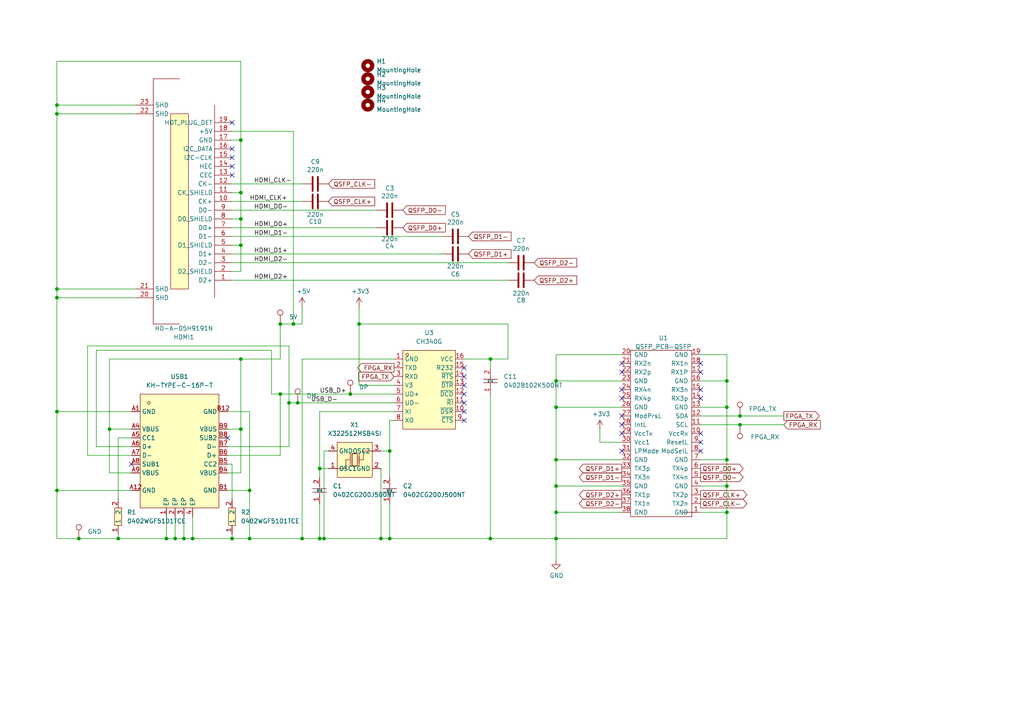
<source format=kicad_sch>
(kicad_sch
	(version 20231120)
	(generator "eeschema")
	(generator_version "8.0")
	(uuid "09a4c8ee-e8d7-4980-8dc1-43a8ae75179d")
	(paper "A4")
	(lib_symbols
		(symbol "Connector:TestPoint"
			(pin_numbers hide)
			(pin_names
				(offset 0.762) hide)
			(exclude_from_sim no)
			(in_bom yes)
			(on_board yes)
			(property "Reference" "TP"
				(at 0 6.858 0)
				(effects
					(font
						(size 1.27 1.27)
					)
				)
			)
			(property "Value" "TestPoint"
				(at 0 5.08 0)
				(effects
					(font
						(size 1.27 1.27)
					)
				)
			)
			(property "Footprint" ""
				(at 5.08 0 0)
				(effects
					(font
						(size 1.27 1.27)
					)
					(hide yes)
				)
			)
			(property "Datasheet" "~"
				(at 5.08 0 0)
				(effects
					(font
						(size 1.27 1.27)
					)
					(hide yes)
				)
			)
			(property "Description" "test point"
				(at 0 0 0)
				(effects
					(font
						(size 1.27 1.27)
					)
					(hide yes)
				)
			)
			(property "ki_keywords" "test point tp"
				(at 0 0 0)
				(effects
					(font
						(size 1.27 1.27)
					)
					(hide yes)
				)
			)
			(property "ki_fp_filters" "Pin* Test*"
				(at 0 0 0)
				(effects
					(font
						(size 1.27 1.27)
					)
					(hide yes)
				)
			)
			(symbol "TestPoint_0_1"
				(circle
					(center 0 3.302)
					(radius 0.762)
					(stroke
						(width 0)
						(type default)
					)
					(fill
						(type none)
					)
				)
			)
			(symbol "TestPoint_1_1"
				(pin passive line
					(at 0 0 90)
					(length 2.54)
					(name "1"
						(effects
							(font
								(size 1.27 1.27)
							)
						)
					)
					(number "1"
						(effects
							(font
								(size 1.27 1.27)
							)
						)
					)
				)
			)
		)
		(symbol "Device:C"
			(pin_numbers hide)
			(pin_names
				(offset 0.254)
			)
			(exclude_from_sim no)
			(in_bom yes)
			(on_board yes)
			(property "Reference" "C"
				(at 0.635 2.54 0)
				(effects
					(font
						(size 1.27 1.27)
					)
					(justify left)
				)
			)
			(property "Value" "C"
				(at 0.635 -2.54 0)
				(effects
					(font
						(size 1.27 1.27)
					)
					(justify left)
				)
			)
			(property "Footprint" ""
				(at 0.9652 -3.81 0)
				(effects
					(font
						(size 1.27 1.27)
					)
					(hide yes)
				)
			)
			(property "Datasheet" "~"
				(at 0 0 0)
				(effects
					(font
						(size 1.27 1.27)
					)
					(hide yes)
				)
			)
			(property "Description" "Unpolarized capacitor"
				(at 0 0 0)
				(effects
					(font
						(size 1.27 1.27)
					)
					(hide yes)
				)
			)
			(property "ki_keywords" "cap capacitor"
				(at 0 0 0)
				(effects
					(font
						(size 1.27 1.27)
					)
					(hide yes)
				)
			)
			(property "ki_fp_filters" "C_*"
				(at 0 0 0)
				(effects
					(font
						(size 1.27 1.27)
					)
					(hide yes)
				)
			)
			(symbol "C_0_1"
				(polyline
					(pts
						(xy -2.032 -0.762) (xy 2.032 -0.762)
					)
					(stroke
						(width 0.508)
						(type default)
					)
					(fill
						(type none)
					)
				)
				(polyline
					(pts
						(xy -2.032 0.762) (xy 2.032 0.762)
					)
					(stroke
						(width 0.508)
						(type default)
					)
					(fill
						(type none)
					)
				)
			)
			(symbol "C_1_1"
				(pin passive line
					(at 0 3.81 270)
					(length 2.794)
					(name "~"
						(effects
							(font
								(size 1.27 1.27)
							)
						)
					)
					(number "1"
						(effects
							(font
								(size 1.27 1.27)
							)
						)
					)
				)
				(pin passive line
					(at 0 -3.81 90)
					(length 2.794)
					(name "~"
						(effects
							(font
								(size 1.27 1.27)
							)
						)
					)
					(number "2"
						(effects
							(font
								(size 1.27 1.27)
							)
						)
					)
				)
			)
		)
		(symbol "Mechanical:MountingHole"
			(pin_names
				(offset 1.016)
			)
			(exclude_from_sim yes)
			(in_bom no)
			(on_board yes)
			(property "Reference" "H"
				(at 0 5.08 0)
				(effects
					(font
						(size 1.27 1.27)
					)
				)
			)
			(property "Value" "MountingHole"
				(at 0 3.175 0)
				(effects
					(font
						(size 1.27 1.27)
					)
				)
			)
			(property "Footprint" ""
				(at 0 0 0)
				(effects
					(font
						(size 1.27 1.27)
					)
					(hide yes)
				)
			)
			(property "Datasheet" "~"
				(at 0 0 0)
				(effects
					(font
						(size 1.27 1.27)
					)
					(hide yes)
				)
			)
			(property "Description" "Mounting Hole without connection"
				(at 0 0 0)
				(effects
					(font
						(size 1.27 1.27)
					)
					(hide yes)
				)
			)
			(property "ki_keywords" "mounting hole"
				(at 0 0 0)
				(effects
					(font
						(size 1.27 1.27)
					)
					(hide yes)
				)
			)
			(property "ki_fp_filters" "MountingHole*"
				(at 0 0 0)
				(effects
					(font
						(size 1.27 1.27)
					)
					(hide yes)
				)
			)
			(symbol "MountingHole_0_1"
				(circle
					(center 0 0)
					(radius 1.27)
					(stroke
						(width 1.27)
						(type default)
					)
					(fill
						(type none)
					)
				)
			)
		)
		(symbol "StoreyPeak-QSFP-IO-rescue:QSFP_PCB-QSFP"
			(pin_names
				(offset 1.016)
			)
			(exclude_from_sim no)
			(in_bom yes)
			(on_board yes)
			(property "Reference" "U1"
				(at 0.635 53.1028 0)
				(effects
					(font
						(size 1.27 1.27)
					)
				)
			)
			(property "Value" "QSFP_PCB-QSFP"
				(at 0.635 50.5659 0)
				(effects
					(font
						(size 1.27 1.27)
					)
				)
			)
			(property "Footprint" "CarlosEDP_Lib:QSFP_PCB"
				(at -1.27 52.07 0)
				(effects
					(font
						(size 1.27 1.27)
					)
					(hide yes)
				)
			)
			(property "Datasheet" ""
				(at 15.24 34.29 0)
				(effects
					(font
						(size 1.27 1.27)
					)
					(hide yes)
				)
			)
			(property "Description" ""
				(at 0 0 0)
				(effects
					(font
						(size 1.27 1.27)
					)
					(hide yes)
				)
			)
			(symbol "QSFP_PCB-QSFP_0_1"
				(rectangle
					(start -8.89 1.27)
					(end 8.89 49.53)
					(stroke
						(width 0)
						(type default)
					)
					(fill
						(type none)
					)
				)
				(rectangle
					(start 6.35 2.54)
					(end 10.16 2.54)
					(stroke
						(width 0)
						(type default)
					)
					(fill
						(type none)
					)
				)
			)
			(symbol "QSFP_PCB-QSFP_1_1"
				(pin power_in line
					(at 11.43 2.54 180)
					(length 2.54)
					(name "GND"
						(effects
							(font
								(size 1.27 1.27)
							)
						)
					)
					(number "1"
						(effects
							(font
								(size 1.27 1.27)
							)
						)
					)
				)
				(pin power_in line
					(at 11.43 25.4 180)
					(length 2.54)
					(name "VccRx"
						(effects
							(font
								(size 1.27 1.27)
							)
						)
					)
					(number "10"
						(effects
							(font
								(size 1.27 1.27)
							)
						)
					)
				)
				(pin bidirectional line
					(at 11.43 27.94 180)
					(length 2.54)
					(name "SCL"
						(effects
							(font
								(size 1.27 1.27)
							)
						)
					)
					(number "11"
						(effects
							(font
								(size 1.27 1.27)
							)
						)
					)
				)
				(pin bidirectional line
					(at 11.43 30.48 180)
					(length 2.54)
					(name "SDA"
						(effects
							(font
								(size 1.27 1.27)
							)
						)
					)
					(number "12"
						(effects
							(font
								(size 1.27 1.27)
							)
						)
					)
				)
				(pin power_in line
					(at 11.43 33.02 180)
					(length 2.54)
					(name "GND"
						(effects
							(font
								(size 1.27 1.27)
							)
						)
					)
					(number "13"
						(effects
							(font
								(size 1.27 1.27)
							)
						)
					)
				)
				(pin input line
					(at 11.43 35.56 180)
					(length 2.54)
					(name "RX3p"
						(effects
							(font
								(size 1.27 1.27)
							)
						)
					)
					(number "14"
						(effects
							(font
								(size 1.27 1.27)
							)
						)
					)
				)
				(pin input line
					(at 11.43 38.1 180)
					(length 2.54)
					(name "RX3n"
						(effects
							(font
								(size 1.27 1.27)
							)
						)
					)
					(number "15"
						(effects
							(font
								(size 1.27 1.27)
							)
						)
					)
				)
				(pin power_in line
					(at 11.43 40.64 180)
					(length 2.54)
					(name "GND"
						(effects
							(font
								(size 1.27 1.27)
							)
						)
					)
					(number "16"
						(effects
							(font
								(size 1.27 1.27)
							)
						)
					)
				)
				(pin input line
					(at 11.43 43.18 180)
					(length 2.54)
					(name "RX1P"
						(effects
							(font
								(size 1.27 1.27)
							)
						)
					)
					(number "17"
						(effects
							(font
								(size 1.27 1.27)
							)
						)
					)
				)
				(pin input line
					(at 11.43 45.72 180)
					(length 2.54)
					(name "RX1n"
						(effects
							(font
								(size 1.27 1.27)
							)
						)
					)
					(number "18"
						(effects
							(font
								(size 1.27 1.27)
							)
						)
					)
				)
				(pin power_in line
					(at 11.43 48.26 180)
					(length 2.54)
					(name "GND"
						(effects
							(font
								(size 1.27 1.27)
							)
						)
					)
					(number "19"
						(effects
							(font
								(size 1.27 1.27)
							)
						)
					)
				)
				(pin output line
					(at 11.43 5.08 180)
					(length 2.54)
					(name "TX2n"
						(effects
							(font
								(size 1.27 1.27)
							)
						)
					)
					(number "2"
						(effects
							(font
								(size 1.27 1.27)
							)
						)
					)
				)
				(pin power_in line
					(at -11.43 48.26 0)
					(length 2.54)
					(name "GND"
						(effects
							(font
								(size 1.27 1.27)
							)
						)
					)
					(number "20"
						(effects
							(font
								(size 1.27 1.27)
							)
						)
					)
				)
				(pin input line
					(at -11.43 45.72 0)
					(length 2.54)
					(name "RX2n"
						(effects
							(font
								(size 1.27 1.27)
							)
						)
					)
					(number "21"
						(effects
							(font
								(size 1.27 1.27)
							)
						)
					)
				)
				(pin input line
					(at -11.43 43.18 0)
					(length 2.54)
					(name "RX2p"
						(effects
							(font
								(size 1.27 1.27)
							)
						)
					)
					(number "22"
						(effects
							(font
								(size 1.27 1.27)
							)
						)
					)
				)
				(pin power_in line
					(at -11.43 40.64 0)
					(length 2.54)
					(name "GND"
						(effects
							(font
								(size 1.27 1.27)
							)
						)
					)
					(number "23"
						(effects
							(font
								(size 1.27 1.27)
							)
						)
					)
				)
				(pin input line
					(at -11.43 38.1 0)
					(length 2.54)
					(name "RX4n"
						(effects
							(font
								(size 1.27 1.27)
							)
						)
					)
					(number "24"
						(effects
							(font
								(size 1.27 1.27)
							)
						)
					)
				)
				(pin input line
					(at -11.43 35.56 0)
					(length 2.54)
					(name "RX4p"
						(effects
							(font
								(size 1.27 1.27)
							)
						)
					)
					(number "25"
						(effects
							(font
								(size 1.27 1.27)
							)
						)
					)
				)
				(pin power_in line
					(at -11.43 33.02 0)
					(length 2.54)
					(name "GND"
						(effects
							(font
								(size 1.27 1.27)
							)
						)
					)
					(number "26"
						(effects
							(font
								(size 1.27 1.27)
							)
						)
					)
				)
				(pin input line
					(at -11.43 30.48 0)
					(length 2.54)
					(name "ModPrsL"
						(effects
							(font
								(size 1.27 1.27)
							)
						)
					)
					(number "27"
						(effects
							(font
								(size 1.27 1.27)
							)
						)
					)
				)
				(pin input line
					(at -11.43 27.94 0)
					(length 2.54)
					(name "IntL"
						(effects
							(font
								(size 1.27 1.27)
							)
						)
					)
					(number "28"
						(effects
							(font
								(size 1.27 1.27)
							)
						)
					)
				)
				(pin power_in line
					(at -11.43 25.4 0)
					(length 2.54)
					(name "VccTx"
						(effects
							(font
								(size 1.27 1.27)
							)
						)
					)
					(number "29"
						(effects
							(font
								(size 1.27 1.27)
							)
						)
					)
				)
				(pin output line
					(at 11.43 7.62 180)
					(length 2.54)
					(name "TX2p"
						(effects
							(font
								(size 1.27 1.27)
							)
						)
					)
					(number "3"
						(effects
							(font
								(size 1.27 1.27)
							)
						)
					)
				)
				(pin power_in line
					(at -11.43 22.86 0)
					(length 2.54)
					(name "Vcc1"
						(effects
							(font
								(size 1.27 1.27)
							)
						)
					)
					(number "30"
						(effects
							(font
								(size 1.27 1.27)
							)
						)
					)
				)
				(pin output line
					(at -11.43 20.32 0)
					(length 2.54)
					(name "LPMode"
						(effects
							(font
								(size 1.27 1.27)
							)
						)
					)
					(number "31"
						(effects
							(font
								(size 1.27 1.27)
							)
						)
					)
				)
				(pin power_in line
					(at -11.43 17.78 0)
					(length 2.54)
					(name "GND"
						(effects
							(font
								(size 1.27 1.27)
							)
						)
					)
					(number "32"
						(effects
							(font
								(size 1.27 1.27)
							)
						)
					)
				)
				(pin output line
					(at -11.43 15.24 0)
					(length 2.54)
					(name "TX3p"
						(effects
							(font
								(size 1.27 1.27)
							)
						)
					)
					(number "33"
						(effects
							(font
								(size 1.27 1.27)
							)
						)
					)
				)
				(pin output line
					(at -11.43 12.7 0)
					(length 2.54)
					(name "TX3n"
						(effects
							(font
								(size 1.27 1.27)
							)
						)
					)
					(number "34"
						(effects
							(font
								(size 1.27 1.27)
							)
						)
					)
				)
				(pin power_in line
					(at -11.43 10.16 0)
					(length 2.54)
					(name "GND"
						(effects
							(font
								(size 1.27 1.27)
							)
						)
					)
					(number "35"
						(effects
							(font
								(size 1.27 1.27)
							)
						)
					)
				)
				(pin output line
					(at -11.43 7.62 0)
					(length 2.54)
					(name "TX1p"
						(effects
							(font
								(size 1.27 1.27)
							)
						)
					)
					(number "36"
						(effects
							(font
								(size 1.27 1.27)
							)
						)
					)
				)
				(pin output line
					(at -11.43 5.08 0)
					(length 2.54)
					(name "TX1n"
						(effects
							(font
								(size 1.27 1.27)
							)
						)
					)
					(number "37"
						(effects
							(font
								(size 1.27 1.27)
							)
						)
					)
				)
				(pin power_in line
					(at -11.43 2.54 0)
					(length 2.54)
					(name "GND"
						(effects
							(font
								(size 1.27 1.27)
							)
						)
					)
					(number "38"
						(effects
							(font
								(size 1.27 1.27)
							)
						)
					)
				)
				(pin power_in line
					(at 11.43 10.16 180)
					(length 2.54)
					(name "GND"
						(effects
							(font
								(size 1.27 1.27)
							)
						)
					)
					(number "4"
						(effects
							(font
								(size 1.27 1.27)
							)
						)
					)
				)
				(pin output line
					(at 11.43 12.7 180)
					(length 2.54)
					(name "TX4n"
						(effects
							(font
								(size 1.27 1.27)
							)
						)
					)
					(number "5"
						(effects
							(font
								(size 1.27 1.27)
							)
						)
					)
				)
				(pin output line
					(at 11.43 15.24 180)
					(length 2.54)
					(name "TX4p"
						(effects
							(font
								(size 1.27 1.27)
							)
						)
					)
					(number "6"
						(effects
							(font
								(size 1.27 1.27)
							)
						)
					)
				)
				(pin power_in line
					(at 11.43 17.78 180)
					(length 2.54)
					(name "GND"
						(effects
							(font
								(size 1.27 1.27)
							)
						)
					)
					(number "7"
						(effects
							(font
								(size 1.27 1.27)
							)
						)
					)
				)
				(pin output line
					(at 11.43 20.32 180)
					(length 2.54)
					(name "ModSelL"
						(effects
							(font
								(size 1.27 1.27)
							)
						)
					)
					(number "8"
						(effects
							(font
								(size 1.27 1.27)
							)
						)
					)
				)
				(pin output line
					(at 11.43 22.86 180)
					(length 2.54)
					(name "ResetL"
						(effects
							(font
								(size 1.27 1.27)
							)
						)
					)
					(number "9"
						(effects
							(font
								(size 1.27 1.27)
							)
						)
					)
				)
			)
		)
		(symbol "easyeda2kicad:0402B102K500NT"
			(exclude_from_sim no)
			(in_bom yes)
			(on_board yes)
			(property "Reference" "C"
				(at 0 5.08 0)
				(effects
					(font
						(size 1.27 1.27)
					)
				)
			)
			(property "Value" "0402B102K500NT"
				(at 0 -5.08 0)
				(effects
					(font
						(size 1.27 1.27)
					)
				)
			)
			(property "Footprint" "easyeda2kicad:C0402"
				(at 0 -7.62 0)
				(effects
					(font
						(size 1.27 1.27)
					)
					(hide yes)
				)
			)
			(property "Datasheet" "https://lcsc.com/product-detail/Multilayer-Ceramic-Capacitors-MLCC-SMD-SMT_1nF-102-10-50V_C1523.html"
				(at 0 -10.16 0)
				(effects
					(font
						(size 1.27 1.27)
					)
					(hide yes)
				)
			)
			(property "Description" ""
				(at 0 0 0)
				(effects
					(font
						(size 1.27 1.27)
					)
					(hide yes)
				)
			)
			(property "LCSC Part" "C1523"
				(at 0 -12.7 0)
				(effects
					(font
						(size 1.27 1.27)
					)
					(hide yes)
				)
			)
			(symbol "0402B102K500NT_0_1"
				(polyline
					(pts
						(xy -1.27 0) (xy -0.51 0)
					)
					(stroke
						(width 0)
						(type default)
					)
					(fill
						(type none)
					)
				)
				(polyline
					(pts
						(xy -0.51 2.03) (xy -0.51 -2.03)
					)
					(stroke
						(width 0)
						(type default)
					)
					(fill
						(type none)
					)
				)
				(polyline
					(pts
						(xy 0.51 0) (xy 1.27 0)
					)
					(stroke
						(width 0)
						(type default)
					)
					(fill
						(type none)
					)
				)
				(polyline
					(pts
						(xy 0.51 2.03) (xy 0.51 -2.03)
					)
					(stroke
						(width 0)
						(type default)
					)
					(fill
						(type none)
					)
				)
				(pin input line
					(at -3.81 0 0)
					(length 2.54)
					(name "1"
						(effects
							(font
								(size 1.27 1.27)
							)
						)
					)
					(number "1"
						(effects
							(font
								(size 1.27 1.27)
							)
						)
					)
				)
				(pin input line
					(at 3.81 0 180)
					(length 2.54)
					(name "2"
						(effects
							(font
								(size 1.27 1.27)
							)
						)
					)
					(number "2"
						(effects
							(font
								(size 1.27 1.27)
							)
						)
					)
				)
			)
		)
		(symbol "easyeda2kicad:0402CG200J500NT"
			(exclude_from_sim no)
			(in_bom yes)
			(on_board yes)
			(property "Reference" "C"
				(at 0 5.08 0)
				(effects
					(font
						(size 1.27 1.27)
					)
				)
			)
			(property "Value" "0402CG200J500NT"
				(at 0 -5.08 0)
				(effects
					(font
						(size 1.27 1.27)
					)
				)
			)
			(property "Footprint" "easyeda2kicad:C0402"
				(at 0 -7.62 0)
				(effects
					(font
						(size 1.27 1.27)
					)
					(hide yes)
				)
			)
			(property "Datasheet" "https://lcsc.com/product-detail/Multilayer-Ceramic-Capacitors-MLCC-SMD-SMT_20pF-200-5-50V_C1554.html"
				(at 0 -10.16 0)
				(effects
					(font
						(size 1.27 1.27)
					)
					(hide yes)
				)
			)
			(property "Description" ""
				(at 0 0 0)
				(effects
					(font
						(size 1.27 1.27)
					)
					(hide yes)
				)
			)
			(property "LCSC Part" "C1554"
				(at 0 -12.7 0)
				(effects
					(font
						(size 1.27 1.27)
					)
					(hide yes)
				)
			)
			(symbol "0402CG200J500NT_0_1"
				(polyline
					(pts
						(xy -1.27 0) (xy -0.51 0)
					)
					(stroke
						(width 0)
						(type default)
					)
					(fill
						(type none)
					)
				)
				(polyline
					(pts
						(xy -0.51 2.03) (xy -0.51 -2.03)
					)
					(stroke
						(width 0)
						(type default)
					)
					(fill
						(type none)
					)
				)
				(polyline
					(pts
						(xy 0.51 0) (xy 1.27 0)
					)
					(stroke
						(width 0)
						(type default)
					)
					(fill
						(type none)
					)
				)
				(polyline
					(pts
						(xy 0.51 2.03) (xy 0.51 -2.03)
					)
					(stroke
						(width 0)
						(type default)
					)
					(fill
						(type none)
					)
				)
				(pin input line
					(at -3.81 0 0)
					(length 2.54)
					(name "1"
						(effects
							(font
								(size 1.27 1.27)
							)
						)
					)
					(number "1"
						(effects
							(font
								(size 1.27 1.27)
							)
						)
					)
				)
				(pin input line
					(at 3.81 0 180)
					(length 2.54)
					(name "2"
						(effects
							(font
								(size 1.27 1.27)
							)
						)
					)
					(number "2"
						(effects
							(font
								(size 1.27 1.27)
							)
						)
					)
				)
			)
		)
		(symbol "easyeda2kicad:0402WGF5101TCE"
			(exclude_from_sim no)
			(in_bom yes)
			(on_board yes)
			(property "Reference" "R"
				(at 0 5.08 0)
				(effects
					(font
						(size 1.27 1.27)
					)
				)
			)
			(property "Value" "0402WGF5101TCE"
				(at 0 -5.08 0)
				(effects
					(font
						(size 1.27 1.27)
					)
				)
			)
			(property "Footprint" "easyeda2kicad:R0402"
				(at 0 -7.62 0)
				(effects
					(font
						(size 1.27 1.27)
					)
					(hide yes)
				)
			)
			(property "Datasheet" "https://lcsc.com/product-detail/Chip-Resistor-Surface-Mount-UniOhm_5-1KR-5101-1_C25905.html"
				(at 0 -10.16 0)
				(effects
					(font
						(size 1.27 1.27)
					)
					(hide yes)
				)
			)
			(property "Description" ""
				(at 0 0 0)
				(effects
					(font
						(size 1.27 1.27)
					)
					(hide yes)
				)
			)
			(property "LCSC Part" "C25905"
				(at 0 -12.7 0)
				(effects
					(font
						(size 1.27 1.27)
					)
					(hide yes)
				)
			)
			(symbol "0402WGF5101TCE_0_1"
				(rectangle
					(start -2.54 1.02)
					(end 2.54 -1.02)
					(stroke
						(width 0)
						(type default)
					)
					(fill
						(type background)
					)
				)
				(pin input line
					(at -5.08 0 0)
					(length 2.54)
					(name "1"
						(effects
							(font
								(size 1.27 1.27)
							)
						)
					)
					(number "1"
						(effects
							(font
								(size 1.27 1.27)
							)
						)
					)
				)
				(pin input line
					(at 5.08 0 180)
					(length 2.54)
					(name "2"
						(effects
							(font
								(size 1.27 1.27)
							)
						)
					)
					(number "2"
						(effects
							(font
								(size 1.27 1.27)
							)
						)
					)
				)
			)
		)
		(symbol "easyeda2kicad:CH340G"
			(exclude_from_sim no)
			(in_bom yes)
			(on_board yes)
			(property "Reference" "U"
				(at 0 13.97 0)
				(effects
					(font
						(size 1.27 1.27)
					)
				)
			)
			(property "Value" "CH340G"
				(at 0 -13.97 0)
				(effects
					(font
						(size 1.27 1.27)
					)
				)
			)
			(property "Footprint" "easyeda2kicad:SOIC-16_L9.9-W3.9-P1.27-LS6.0-BL"
				(at 0 -16.51 0)
				(effects
					(font
						(size 1.27 1.27)
					)
					(hide yes)
				)
			)
			(property "Datasheet" "https://lcsc.com/product-detail/USB_CH340G_C14267.html"
				(at 0 -19.05 0)
				(effects
					(font
						(size 1.27 1.27)
					)
					(hide yes)
				)
			)
			(property "Description" ""
				(at 0 0 0)
				(effects
					(font
						(size 1.27 1.27)
					)
					(hide yes)
				)
			)
			(property "LCSC Part" "C14267"
				(at 0 -21.59 0)
				(effects
					(font
						(size 1.27 1.27)
					)
					(hide yes)
				)
			)
			(symbol "CH340G_0_1"
				(rectangle
					(start -7.62 11.43)
					(end 7.62 -11.43)
					(stroke
						(width 0)
						(type default)
					)
					(fill
						(type background)
					)
				)
				(circle
					(center -6.35 10.16)
					(radius 0.38)
					(stroke
						(width 0)
						(type default)
					)
					(fill
						(type none)
					)
				)
				(pin unspecified line
					(at -10.16 8.89 0)
					(length 2.54)
					(name "GND"
						(effects
							(font
								(size 1.27 1.27)
							)
						)
					)
					(number "1"
						(effects
							(font
								(size 1.27 1.27)
							)
						)
					)
				)
				(pin unspecified line
					(at 10.16 -6.35 180)
					(length 2.54)
					(name "~{DSR}"
						(effects
							(font
								(size 1.27 1.27)
							)
						)
					)
					(number "10"
						(effects
							(font
								(size 1.27 1.27)
							)
						)
					)
				)
				(pin unspecified line
					(at 10.16 -3.81 180)
					(length 2.54)
					(name "~{RI}"
						(effects
							(font
								(size 1.27 1.27)
							)
						)
					)
					(number "11"
						(effects
							(font
								(size 1.27 1.27)
							)
						)
					)
				)
				(pin unspecified line
					(at 10.16 -1.27 180)
					(length 2.54)
					(name "~{DCD}"
						(effects
							(font
								(size 1.27 1.27)
							)
						)
					)
					(number "12"
						(effects
							(font
								(size 1.27 1.27)
							)
						)
					)
				)
				(pin unspecified line
					(at 10.16 1.27 180)
					(length 2.54)
					(name "~{DTR}"
						(effects
							(font
								(size 1.27 1.27)
							)
						)
					)
					(number "13"
						(effects
							(font
								(size 1.27 1.27)
							)
						)
					)
				)
				(pin unspecified line
					(at 10.16 3.81 180)
					(length 2.54)
					(name "~{RTS}"
						(effects
							(font
								(size 1.27 1.27)
							)
						)
					)
					(number "14"
						(effects
							(font
								(size 1.27 1.27)
							)
						)
					)
				)
				(pin unspecified line
					(at 10.16 6.35 180)
					(length 2.54)
					(name "R232"
						(effects
							(font
								(size 1.27 1.27)
							)
						)
					)
					(number "15"
						(effects
							(font
								(size 1.27 1.27)
							)
						)
					)
				)
				(pin unspecified line
					(at 10.16 8.89 180)
					(length 2.54)
					(name "VCC"
						(effects
							(font
								(size 1.27 1.27)
							)
						)
					)
					(number "16"
						(effects
							(font
								(size 1.27 1.27)
							)
						)
					)
				)
				(pin unspecified line
					(at -10.16 6.35 0)
					(length 2.54)
					(name "TXD"
						(effects
							(font
								(size 1.27 1.27)
							)
						)
					)
					(number "2"
						(effects
							(font
								(size 1.27 1.27)
							)
						)
					)
				)
				(pin unspecified line
					(at -10.16 3.81 0)
					(length 2.54)
					(name "RXD"
						(effects
							(font
								(size 1.27 1.27)
							)
						)
					)
					(number "3"
						(effects
							(font
								(size 1.27 1.27)
							)
						)
					)
				)
				(pin unspecified line
					(at -10.16 1.27 0)
					(length 2.54)
					(name "V3"
						(effects
							(font
								(size 1.27 1.27)
							)
						)
					)
					(number "4"
						(effects
							(font
								(size 1.27 1.27)
							)
						)
					)
				)
				(pin unspecified line
					(at -10.16 -1.27 0)
					(length 2.54)
					(name "UD+"
						(effects
							(font
								(size 1.27 1.27)
							)
						)
					)
					(number "5"
						(effects
							(font
								(size 1.27 1.27)
							)
						)
					)
				)
				(pin unspecified line
					(at -10.16 -3.81 0)
					(length 2.54)
					(name "UD-"
						(effects
							(font
								(size 1.27 1.27)
							)
						)
					)
					(number "6"
						(effects
							(font
								(size 1.27 1.27)
							)
						)
					)
				)
				(pin unspecified line
					(at -10.16 -6.35 0)
					(length 2.54)
					(name "XI"
						(effects
							(font
								(size 1.27 1.27)
							)
						)
					)
					(number "7"
						(effects
							(font
								(size 1.27 1.27)
							)
						)
					)
				)
				(pin unspecified line
					(at -10.16 -8.89 0)
					(length 2.54)
					(name "XO"
						(effects
							(font
								(size 1.27 1.27)
							)
						)
					)
					(number "8"
						(effects
							(font
								(size 1.27 1.27)
							)
						)
					)
				)
				(pin unspecified line
					(at 10.16 -8.89 180)
					(length 2.54)
					(name "~{CTS}"
						(effects
							(font
								(size 1.27 1.27)
							)
						)
					)
					(number "9"
						(effects
							(font
								(size 1.27 1.27)
							)
						)
					)
				)
			)
		)
		(symbol "easyeda2kicad:HD-A-05H9191N"
			(exclude_from_sim no)
			(in_bom yes)
			(on_board yes)
			(property "Reference" "HDMI"
				(at 0 33.02 0)
				(effects
					(font
						(size 1.27 1.27)
					)
				)
			)
			(property "Value" "HD-A-05H9191N"
				(at 0 -33.02 0)
				(effects
					(font
						(size 1.27 1.27)
					)
				)
			)
			(property "Footprint" "easyeda2kicad:HDMI-SMD_HD-A-05H9192N"
				(at 0 -35.56 0)
				(effects
					(font
						(size 1.27 1.27)
					)
					(hide yes)
				)
			)
			(property "Datasheet" ""
				(at 0 0 0)
				(effects
					(font
						(size 1.27 1.27)
					)
					(hide yes)
				)
			)
			(property "Description" ""
				(at 0 0 0)
				(effects
					(font
						(size 1.27 1.27)
					)
					(hide yes)
				)
			)
			(property "LCSC Part" "C18213861"
				(at 0 -38.1 0)
				(effects
					(font
						(size 1.27 1.27)
					)
					(hide yes)
				)
			)
			(symbol "HD-A-05H9191N_0_1"
				(rectangle
					(start -2.54 25.4)
					(end 2.54 -25.4)
					(stroke
						(width 0)
						(type default)
					)
					(fill
						(type background)
					)
				)
				(polyline
					(pts
						(xy -10.16 -27.94)
					)
					(stroke
						(width 0)
						(type default)
					)
					(fill
						(type background)
					)
				)
				(polyline
					(pts
						(xy -10.16 27.94)
					)
					(stroke
						(width 0)
						(type default)
					)
					(fill
						(type background)
					)
				)
				(polyline
					(pts
						(xy -10.16 27.94) (xy -10.16 -27.94)
					)
					(stroke
						(width 0)
						(type default)
					)
					(fill
						(type none)
					)
				)
				(polyline
					(pts
						(xy 7.62 -35.56) (xy 0 -35.56)
					)
					(stroke
						(width 0)
						(type default)
					)
					(fill
						(type none)
					)
				)
				(polyline
					(pts
						(xy 7.62 35.56) (xy 0 35.56)
					)
					(stroke
						(width 0)
						(type default)
					)
					(fill
						(type none)
					)
				)
				(polyline
					(pts
						(xy 7.62 35.56) (xy 7.62 -35.56)
					)
					(stroke
						(width 0)
						(type default)
					)
					(fill
						(type none)
					)
				)
				(pin unspecified line
					(at -15.24 22.86 0)
					(length 5.08)
					(name "D2+"
						(effects
							(font
								(size 1.27 1.27)
							)
						)
					)
					(number "1"
						(effects
							(font
								(size 1.27 1.27)
							)
						)
					)
				)
				(pin unspecified line
					(at -15.24 0 0)
					(length 5.08)
					(name "CK+"
						(effects
							(font
								(size 1.27 1.27)
							)
						)
					)
					(number "10"
						(effects
							(font
								(size 1.27 1.27)
							)
						)
					)
				)
				(pin unspecified line
					(at -15.24 -2.54 0)
					(length 5.08)
					(name "CK_SHIELD"
						(effects
							(font
								(size 1.27 1.27)
							)
						)
					)
					(number "11"
						(effects
							(font
								(size 1.27 1.27)
							)
						)
					)
				)
				(pin unspecified line
					(at -15.24 -5.08 0)
					(length 5.08)
					(name "CK-"
						(effects
							(font
								(size 1.27 1.27)
							)
						)
					)
					(number "12"
						(effects
							(font
								(size 1.27 1.27)
							)
						)
					)
				)
				(pin unspecified line
					(at -15.24 -7.62 0)
					(length 5.08)
					(name "CEC"
						(effects
							(font
								(size 1.27 1.27)
							)
						)
					)
					(number "13"
						(effects
							(font
								(size 1.27 1.27)
							)
						)
					)
				)
				(pin unspecified line
					(at -15.24 -10.16 0)
					(length 5.08)
					(name "HEC"
						(effects
							(font
								(size 1.27 1.27)
							)
						)
					)
					(number "14"
						(effects
							(font
								(size 1.27 1.27)
							)
						)
					)
				)
				(pin unspecified line
					(at -15.24 -12.7 0)
					(length 5.08)
					(name "I2C-CLK"
						(effects
							(font
								(size 1.27 1.27)
							)
						)
					)
					(number "15"
						(effects
							(font
								(size 1.27 1.27)
							)
						)
					)
				)
				(pin unspecified line
					(at -15.24 -15.24 0)
					(length 5.08)
					(name "I2C_DATA"
						(effects
							(font
								(size 1.27 1.27)
							)
						)
					)
					(number "16"
						(effects
							(font
								(size 1.27 1.27)
							)
						)
					)
				)
				(pin unspecified line
					(at -15.24 -17.78 0)
					(length 5.08)
					(name "GND"
						(effects
							(font
								(size 1.27 1.27)
							)
						)
					)
					(number "17"
						(effects
							(font
								(size 1.27 1.27)
							)
						)
					)
				)
				(pin unspecified line
					(at -15.24 -20.32 0)
					(length 5.08)
					(name "+5V"
						(effects
							(font
								(size 1.27 1.27)
							)
						)
					)
					(number "18"
						(effects
							(font
								(size 1.27 1.27)
							)
						)
					)
				)
				(pin unspecified line
					(at -15.24 -22.86 0)
					(length 5.08)
					(name "HOT_PLUG_DET"
						(effects
							(font
								(size 1.27 1.27)
							)
						)
					)
					(number "19"
						(effects
							(font
								(size 1.27 1.27)
							)
						)
					)
				)
				(pin unspecified line
					(at -15.24 20.32 0)
					(length 5.08)
					(name "D2_SHIELD"
						(effects
							(font
								(size 1.27 1.27)
							)
						)
					)
					(number "2"
						(effects
							(font
								(size 1.27 1.27)
							)
						)
					)
				)
				(pin unspecified line
					(at 12.7 27.94 180)
					(length 5.08)
					(name "SHD"
						(effects
							(font
								(size 1.27 1.27)
							)
						)
					)
					(number "20"
						(effects
							(font
								(size 1.27 1.27)
							)
						)
					)
				)
				(pin unspecified line
					(at 12.7 25.4 180)
					(length 5.08)
					(name "SHD"
						(effects
							(font
								(size 1.27 1.27)
							)
						)
					)
					(number "21"
						(effects
							(font
								(size 1.27 1.27)
							)
						)
					)
				)
				(pin unspecified line
					(at 12.7 -25.4 180)
					(length 5.08)
					(name "SHD"
						(effects
							(font
								(size 1.27 1.27)
							)
						)
					)
					(number "22"
						(effects
							(font
								(size 1.27 1.27)
							)
						)
					)
				)
				(pin unspecified line
					(at 12.7 -27.94 180)
					(length 5.08)
					(name "SHD"
						(effects
							(font
								(size 1.27 1.27)
							)
						)
					)
					(number "23"
						(effects
							(font
								(size 1.27 1.27)
							)
						)
					)
				)
				(pin unspecified line
					(at -15.24 17.78 0)
					(length 5.08)
					(name "D2-"
						(effects
							(font
								(size 1.27 1.27)
							)
						)
					)
					(number "3"
						(effects
							(font
								(size 1.27 1.27)
							)
						)
					)
				)
				(pin unspecified line
					(at -15.24 15.24 0)
					(length 5.08)
					(name "D1+"
						(effects
							(font
								(size 1.27 1.27)
							)
						)
					)
					(number "4"
						(effects
							(font
								(size 1.27 1.27)
							)
						)
					)
				)
				(pin unspecified line
					(at -15.24 12.7 0)
					(length 5.08)
					(name "D1_SHIELD"
						(effects
							(font
								(size 1.27 1.27)
							)
						)
					)
					(number "5"
						(effects
							(font
								(size 1.27 1.27)
							)
						)
					)
				)
				(pin unspecified line
					(at -15.24 10.16 0)
					(length 5.08)
					(name "D1-"
						(effects
							(font
								(size 1.27 1.27)
							)
						)
					)
					(number "6"
						(effects
							(font
								(size 1.27 1.27)
							)
						)
					)
				)
				(pin unspecified line
					(at -15.24 7.62 0)
					(length 5.08)
					(name "D0+"
						(effects
							(font
								(size 1.27 1.27)
							)
						)
					)
					(number "7"
						(effects
							(font
								(size 1.27 1.27)
							)
						)
					)
				)
				(pin unspecified line
					(at -15.24 5.08 0)
					(length 5.08)
					(name "D0_SHIELD"
						(effects
							(font
								(size 1.27 1.27)
							)
						)
					)
					(number "8"
						(effects
							(font
								(size 1.27 1.27)
							)
						)
					)
				)
				(pin unspecified line
					(at -15.24 2.54 0)
					(length 5.08)
					(name "D0-"
						(effects
							(font
								(size 1.27 1.27)
							)
						)
					)
					(number "9"
						(effects
							(font
								(size 1.27 1.27)
							)
						)
					)
				)
			)
		)
		(symbol "easyeda2kicad:KH-TYPE-C-16P-T"
			(exclude_from_sim no)
			(in_bom yes)
			(on_board yes)
			(property "Reference" "USB"
				(at 0 17.78 0)
				(effects
					(font
						(size 1.27 1.27)
					)
				)
			)
			(property "Value" "KH-TYPE-C-16P-T"
				(at 0 -22.86 0)
				(effects
					(font
						(size 1.27 1.27)
					)
				)
			)
			(property "Footprint" "easyeda2kicad:USB-C-SMD_KH-TYPE-C-16P"
				(at 0 -25.4 0)
				(effects
					(font
						(size 1.27 1.27)
					)
					(hide yes)
				)
			)
			(property "Datasheet" "https://lcsc.com/product-detail/USB-Connectors_Shenzhen-Kinghelm-Elec-KH-TYPE-C-16P-T_C709358.html"
				(at 0 -27.94 0)
				(effects
					(font
						(size 1.27 1.27)
					)
					(hide yes)
				)
			)
			(property "Description" ""
				(at 0 0 0)
				(effects
					(font
						(size 1.27 1.27)
					)
					(hide yes)
				)
			)
			(property "LCSC Part" "C709358"
				(at 0 -30.48 0)
				(effects
					(font
						(size 1.27 1.27)
					)
					(hide yes)
				)
			)
			(symbol "KH-TYPE-C-16P-T_0_1"
				(rectangle
					(start -12.7 17.78)
					(end 10.16 -15.24)
					(stroke
						(width 0)
						(type default)
					)
					(fill
						(type background)
					)
				)
				(circle
					(center -10.16 15.24)
					(radius 0.38)
					(stroke
						(width 0)
						(type default)
					)
					(fill
						(type none)
					)
				)
				(pin unspecified line
					(at -5.08 -17.78 90)
					(length 2.54)
					(name "EP"
						(effects
							(font
								(size 1.27 1.27)
							)
						)
					)
					(number "1"
						(effects
							(font
								(size 1.27 1.27)
							)
						)
					)
				)
				(pin unspecified line
					(at -2.54 -17.78 90)
					(length 2.54)
					(name "EP"
						(effects
							(font
								(size 1.27 1.27)
							)
						)
					)
					(number "2"
						(effects
							(font
								(size 1.27 1.27)
							)
						)
					)
				)
				(pin unspecified line
					(at 0 -17.78 90)
					(length 2.54)
					(name "EP"
						(effects
							(font
								(size 1.27 1.27)
							)
						)
					)
					(number "3"
						(effects
							(font
								(size 1.27 1.27)
							)
						)
					)
				)
				(pin unspecified line
					(at 2.54 -17.78 90)
					(length 2.54)
					(name "EP"
						(effects
							(font
								(size 1.27 1.27)
							)
						)
					)
					(number "4"
						(effects
							(font
								(size 1.27 1.27)
							)
						)
					)
				)
				(pin unspecified line
					(at -15.24 12.7 0)
					(length 2.54)
					(name "GND"
						(effects
							(font
								(size 1.27 1.27)
							)
						)
					)
					(number "A1"
						(effects
							(font
								(size 1.27 1.27)
							)
						)
					)
				)
				(pin unspecified line
					(at -15.24 -10.16 0)
					(length 2.54)
					(name "GND"
						(effects
							(font
								(size 1.27 1.27)
							)
						)
					)
					(number "A12"
						(effects
							(font
								(size 1.27 1.27)
							)
						)
					)
				)
				(pin unspecified line
					(at -15.24 7.62 0)
					(length 2.54)
					(name "VBUS"
						(effects
							(font
								(size 1.27 1.27)
							)
						)
					)
					(number "A4"
						(effects
							(font
								(size 1.27 1.27)
							)
						)
					)
				)
				(pin unspecified line
					(at -15.24 5.08 0)
					(length 2.54)
					(name "CC1"
						(effects
							(font
								(size 1.27 1.27)
							)
						)
					)
					(number "A5"
						(effects
							(font
								(size 1.27 1.27)
							)
						)
					)
				)
				(pin unspecified line
					(at -15.24 2.54 0)
					(length 2.54)
					(name "D+"
						(effects
							(font
								(size 1.27 1.27)
							)
						)
					)
					(number "A6"
						(effects
							(font
								(size 1.27 1.27)
							)
						)
					)
				)
				(pin unspecified line
					(at -15.24 0 0)
					(length 2.54)
					(name "D-"
						(effects
							(font
								(size 1.27 1.27)
							)
						)
					)
					(number "A7"
						(effects
							(font
								(size 1.27 1.27)
							)
						)
					)
				)
				(pin unspecified line
					(at -15.24 -2.54 0)
					(length 2.54)
					(name "SUB1"
						(effects
							(font
								(size 1.27 1.27)
							)
						)
					)
					(number "A8"
						(effects
							(font
								(size 1.27 1.27)
							)
						)
					)
				)
				(pin unspecified line
					(at -15.24 -5.08 0)
					(length 2.54)
					(name "VBUS"
						(effects
							(font
								(size 1.27 1.27)
							)
						)
					)
					(number "A9"
						(effects
							(font
								(size 1.27 1.27)
							)
						)
					)
				)
				(pin unspecified line
					(at 12.7 -10.16 180)
					(length 2.54)
					(name "GND"
						(effects
							(font
								(size 1.27 1.27)
							)
						)
					)
					(number "B1"
						(effects
							(font
								(size 1.27 1.27)
							)
						)
					)
				)
				(pin unspecified line
					(at 12.7 12.7 180)
					(length 2.54)
					(name "GND"
						(effects
							(font
								(size 1.27 1.27)
							)
						)
					)
					(number "B12"
						(effects
							(font
								(size 1.27 1.27)
							)
						)
					)
				)
				(pin unspecified line
					(at 12.7 -5.08 180)
					(length 2.54)
					(name "VBUS"
						(effects
							(font
								(size 1.27 1.27)
							)
						)
					)
					(number "B4"
						(effects
							(font
								(size 1.27 1.27)
							)
						)
					)
				)
				(pin unspecified line
					(at 12.7 -2.54 180)
					(length 2.54)
					(name "CC2"
						(effects
							(font
								(size 1.27 1.27)
							)
						)
					)
					(number "B5"
						(effects
							(font
								(size 1.27 1.27)
							)
						)
					)
				)
				(pin unspecified line
					(at 12.7 0 180)
					(length 2.54)
					(name "D+"
						(effects
							(font
								(size 1.27 1.27)
							)
						)
					)
					(number "B6"
						(effects
							(font
								(size 1.27 1.27)
							)
						)
					)
				)
				(pin unspecified line
					(at 12.7 2.54 180)
					(length 2.54)
					(name "D-"
						(effects
							(font
								(size 1.27 1.27)
							)
						)
					)
					(number "B7"
						(effects
							(font
								(size 1.27 1.27)
							)
						)
					)
				)
				(pin unspecified line
					(at 12.7 5.08 180)
					(length 2.54)
					(name "SUB2"
						(effects
							(font
								(size 1.27 1.27)
							)
						)
					)
					(number "B8"
						(effects
							(font
								(size 1.27 1.27)
							)
						)
					)
				)
				(pin unspecified line
					(at 12.7 7.62 180)
					(length 2.54)
					(name "VBUS"
						(effects
							(font
								(size 1.27 1.27)
							)
						)
					)
					(number "B9"
						(effects
							(font
								(size 1.27 1.27)
							)
						)
					)
				)
			)
		)
		(symbol "easyeda2kicad:X322512MSB4SI"
			(exclude_from_sim no)
			(in_bom yes)
			(on_board yes)
			(property "Reference" "X"
				(at 0 7.62 0)
				(effects
					(font
						(size 1.27 1.27)
					)
				)
			)
			(property "Value" "X322512MSB4SI"
				(at 0 -7.62 0)
				(effects
					(font
						(size 1.27 1.27)
					)
				)
			)
			(property "Footprint" "easyeda2kicad:CRYSTAL-SMD_4P-L3.2-W2.5-BL"
				(at 0 -10.16 0)
				(effects
					(font
						(size 1.27 1.27)
					)
					(hide yes)
				)
			)
			(property "Datasheet" "https://lcsc.com/product-detail/SMD-Crystals_YSX321SL-12MHZ-20PF-10PPM-40-85_C9002.html"
				(at 0 -12.7 0)
				(effects
					(font
						(size 1.27 1.27)
					)
					(hide yes)
				)
			)
			(property "Description" ""
				(at 0 0 0)
				(effects
					(font
						(size 1.27 1.27)
					)
					(hide yes)
				)
			)
			(property "LCSC Part" "C9002"
				(at 0 -15.24 0)
				(effects
					(font
						(size 1.27 1.27)
					)
					(hide yes)
				)
			)
			(symbol "X322512MSB4SI_0_1"
				(rectangle
					(start -5.08 5.08)
					(end 5.08 -5.08)
					(stroke
						(width 0)
						(type default)
					)
					(fill
						(type background)
					)
				)
				(polyline
					(pts
						(xy -1.27 -1.78) (xy -1.27 1.78)
					)
					(stroke
						(width 0)
						(type default)
					)
					(fill
						(type none)
					)
				)
				(polyline
					(pts
						(xy -1.27 -1.02) (xy -1.27 1.02)
					)
					(stroke
						(width 0)
						(type default)
					)
					(fill
						(type none)
					)
				)
				(polyline
					(pts
						(xy 0.76 -1.78) (xy -0.76 -1.78)
					)
					(stroke
						(width 0)
						(type default)
					)
					(fill
						(type none)
					)
				)
				(polyline
					(pts
						(xy 1.27 -1.78) (xy 1.27 1.78)
					)
					(stroke
						(width 0)
						(type default)
					)
					(fill
						(type none)
					)
				)
				(polyline
					(pts
						(xy 1.27 -1.02) (xy 1.27 1.02)
					)
					(stroke
						(width 0)
						(type default)
					)
					(fill
						(type none)
					)
				)
				(polyline
					(pts
						(xy -5.08 -2.54) (xy -2.54 -2.54) (xy -2.54 0) (xy -1.52 0)
					)
					(stroke
						(width 0)
						(type default)
					)
					(fill
						(type none)
					)
				)
				(polyline
					(pts
						(xy -0.76 -1.78) (xy -0.76 1.78) (xy 0.76 1.78) (xy 0.76 -1.78)
					)
					(stroke
						(width 0)
						(type default)
					)
					(fill
						(type none)
					)
				)
				(polyline
					(pts
						(xy 5.08 2.54) (xy 2.54 2.54) (xy 2.54 0) (xy 1.52 0)
					)
					(stroke
						(width 0)
						(type default)
					)
					(fill
						(type none)
					)
				)
				(polyline
					(pts
						(xy 0.76 1.78) (xy 0.76 -1.78) (xy -0.76 -1.78) (xy -0.76 1.78) (xy 0.76 1.78)
					)
					(stroke
						(width 0)
						(type default)
					)
					(fill
						(type background)
					)
				)
				(pin unspecified line
					(at -7.62 -2.54 0)
					(length 2.54)
					(name "OSC1"
						(effects
							(font
								(size 1.27 1.27)
							)
						)
					)
					(number "1"
						(effects
							(font
								(size 1.27 1.27)
							)
						)
					)
				)
				(pin unspecified line
					(at 7.62 -2.54 180)
					(length 2.54)
					(name "GND"
						(effects
							(font
								(size 1.27 1.27)
							)
						)
					)
					(number "2"
						(effects
							(font
								(size 1.27 1.27)
							)
						)
					)
				)
				(pin unspecified line
					(at 7.62 2.54 180)
					(length 2.54)
					(name "OSC2"
						(effects
							(font
								(size 1.27 1.27)
							)
						)
					)
					(number "3"
						(effects
							(font
								(size 1.27 1.27)
							)
						)
					)
				)
				(pin unspecified line
					(at -7.62 2.54 0)
					(length 2.54)
					(name "GND"
						(effects
							(font
								(size 1.27 1.27)
							)
						)
					)
					(number "4"
						(effects
							(font
								(size 1.27 1.27)
							)
						)
					)
				)
			)
		)
		(symbol "power:+5V"
			(power)
			(pin_names
				(offset 0)
			)
			(exclude_from_sim no)
			(in_bom yes)
			(on_board yes)
			(property "Reference" "#PWR"
				(at 0 -3.81 0)
				(effects
					(font
						(size 1.27 1.27)
					)
					(hide yes)
				)
			)
			(property "Value" "+5V"
				(at 0 3.556 0)
				(effects
					(font
						(size 1.27 1.27)
					)
				)
			)
			(property "Footprint" ""
				(at 0 0 0)
				(effects
					(font
						(size 1.27 1.27)
					)
					(hide yes)
				)
			)
			(property "Datasheet" ""
				(at 0 0 0)
				(effects
					(font
						(size 1.27 1.27)
					)
					(hide yes)
				)
			)
			(property "Description" "Power symbol creates a global label with name \"+5V\""
				(at 0 0 0)
				(effects
					(font
						(size 1.27 1.27)
					)
					(hide yes)
				)
			)
			(property "ki_keywords" "power-flag"
				(at 0 0 0)
				(effects
					(font
						(size 1.27 1.27)
					)
					(hide yes)
				)
			)
			(symbol "+5V_0_1"
				(polyline
					(pts
						(xy -0.762 1.27) (xy 0 2.54)
					)
					(stroke
						(width 0)
						(type default)
					)
					(fill
						(type none)
					)
				)
				(polyline
					(pts
						(xy 0 0) (xy 0 2.54)
					)
					(stroke
						(width 0)
						(type default)
					)
					(fill
						(type none)
					)
				)
				(polyline
					(pts
						(xy 0 2.54) (xy 0.762 1.27)
					)
					(stroke
						(width 0)
						(type default)
					)
					(fill
						(type none)
					)
				)
			)
			(symbol "+5V_1_1"
				(pin power_in line
					(at 0 0 90)
					(length 0) hide
					(name "+5V"
						(effects
							(font
								(size 1.27 1.27)
							)
						)
					)
					(number "1"
						(effects
							(font
								(size 1.27 1.27)
							)
						)
					)
				)
			)
		)
		(symbol "power:GND"
			(power)
			(pin_names
				(offset 0)
			)
			(exclude_from_sim no)
			(in_bom yes)
			(on_board yes)
			(property "Reference" "#PWR"
				(at 0 -6.35 0)
				(effects
					(font
						(size 1.27 1.27)
					)
					(hide yes)
				)
			)
			(property "Value" "GND"
				(at 0 -3.81 0)
				(effects
					(font
						(size 1.27 1.27)
					)
				)
			)
			(property "Footprint" ""
				(at 0 0 0)
				(effects
					(font
						(size 1.27 1.27)
					)
					(hide yes)
				)
			)
			(property "Datasheet" ""
				(at 0 0 0)
				(effects
					(font
						(size 1.27 1.27)
					)
					(hide yes)
				)
			)
			(property "Description" "Power symbol creates a global label with name \"GND\" , ground"
				(at 0 0 0)
				(effects
					(font
						(size 1.27 1.27)
					)
					(hide yes)
				)
			)
			(property "ki_keywords" "power-flag"
				(at 0 0 0)
				(effects
					(font
						(size 1.27 1.27)
					)
					(hide yes)
				)
			)
			(symbol "GND_0_1"
				(polyline
					(pts
						(xy 0 0) (xy 0 -1.27) (xy 1.27 -1.27) (xy 0 -2.54) (xy -1.27 -1.27) (xy 0 -1.27)
					)
					(stroke
						(width 0)
						(type default)
					)
					(fill
						(type none)
					)
				)
			)
			(symbol "GND_1_1"
				(pin power_in line
					(at 0 0 270)
					(length 0) hide
					(name "GND"
						(effects
							(font
								(size 1.27 1.27)
							)
						)
					)
					(number "1"
						(effects
							(font
								(size 1.27 1.27)
							)
						)
					)
				)
			)
		)
	)
	(junction
		(at 31.75 124.46)
		(diameter 0)
		(color 0 0 0 0)
		(uuid "07d74998-a5be-4367-9d1c-159381efb23c")
	)
	(junction
		(at 72.39 142.24)
		(diameter 0)
		(color 0 0 0 0)
		(uuid "091f3d0d-fea7-4d00-8cb9-fdeb565d1bc4")
	)
	(junction
		(at 16.51 119.38)
		(diameter 0)
		(color 0 0 0 0)
		(uuid "10e01904-ccad-4ef9-80f3-8e5e19b5432f")
	)
	(junction
		(at 72.39 156.21)
		(diameter 0)
		(color 0 0 0 0)
		(uuid "11a46f98-6a42-4ec6-8e7f-35337f17f03d")
	)
	(junction
		(at 83.82 116.84)
		(diameter 0)
		(color 0 0 0 0)
		(uuid "122cadcc-a881-4f3e-a287-e8faccd994a5")
	)
	(junction
		(at 214.63 123.19)
		(diameter 0)
		(color 0 0 0 0)
		(uuid "143e5429-4d8a-4f01-aef1-e09fa1065615")
	)
	(junction
		(at 161.29 118.11)
		(diameter 0)
		(color 0 0 0 0)
		(uuid "1da82369-63db-4228-b0cc-a8f570fd3ab5")
	)
	(junction
		(at 87.63 156.21)
		(diameter 0)
		(color 0 0 0 0)
		(uuid "1ef7436c-f1df-4148-99e3-2086907415d8")
	)
	(junction
		(at 161.29 133.35)
		(diameter 0)
		(color 0 0 0 0)
		(uuid "20b6e7b7-e1c4-41de-88b3-3c6037e1a4ea")
	)
	(junction
		(at 142.24 104.14)
		(diameter 0)
		(color 0 0 0 0)
		(uuid "2386fd92-ab83-461f-80aa-884fe502bf07")
	)
	(junction
		(at 81.28 114.3)
		(diameter 0)
		(color 0 0 0 0)
		(uuid "2fd12773-d4fd-4769-8e0d-823b23dd69b9")
	)
	(junction
		(at 92.71 135.89)
		(diameter 0)
		(color 0 0 0 0)
		(uuid "31403c95-2e99-4452-8e3f-4e3c21447211")
	)
	(junction
		(at 50.8 156.21)
		(diameter 0)
		(color 0 0 0 0)
		(uuid "378ee32e-68ab-4dc8-832d-bb29120aee91")
	)
	(junction
		(at 210.82 118.11)
		(diameter 0)
		(color 0 0 0 0)
		(uuid "37b2428b-33e0-43e1-bd9b-1e274891f1aa")
	)
	(junction
		(at 92.71 156.21)
		(diameter 0)
		(color 0 0 0 0)
		(uuid "3946e2d5-4efb-4bd2-913b-8bf818b6f229")
	)
	(junction
		(at 69.85 40.64)
		(diameter 0)
		(color 0 0 0 0)
		(uuid "421176fb-0fc0-4029-ba69-acde4cc4508f")
	)
	(junction
		(at 22.86 156.21)
		(diameter 0)
		(color 0 0 0 0)
		(uuid "45a8dcc1-1c07-4e4f-af1f-387134d57e3c")
	)
	(junction
		(at 161.29 148.59)
		(diameter 0)
		(color 0 0 0 0)
		(uuid "49c76031-8739-4a10-99e8-37f3ed3cad3a")
	)
	(junction
		(at 214.63 120.65)
		(diameter 0)
		(color 0 0 0 0)
		(uuid "5586c5f8-72aa-4dd4-b15d-80b7138c516b")
	)
	(junction
		(at 161.29 110.49)
		(diameter 0)
		(color 0 0 0 0)
		(uuid "58b90ef2-7ca4-4e88-9ac8-0a125b43a113")
	)
	(junction
		(at 210.82 140.97)
		(diameter 0)
		(color 0 0 0 0)
		(uuid "59fbc2ad-d18a-47a1-80c7-c85cc363bb28")
	)
	(junction
		(at 113.03 156.21)
		(diameter 0)
		(color 0 0 0 0)
		(uuid "5d16cf73-e370-4ee8-9813-d701722561fe")
	)
	(junction
		(at 69.85 124.46)
		(diameter 0)
		(color 0 0 0 0)
		(uuid "6209fa1b-227e-4366-bd14-e013bc4a5031")
	)
	(junction
		(at 86.36 116.84)
		(diameter 0)
		(color 0 0 0 0)
		(uuid "754a1402-baba-49ff-9379-2ef52b0894af")
	)
	(junction
		(at 210.82 133.35)
		(diameter 0)
		(color 0 0 0 0)
		(uuid "75808ea3-247b-47fc-a239-63baf54b529a")
	)
	(junction
		(at 16.51 83.82)
		(diameter 0)
		(color 0 0 0 0)
		(uuid "7b4a1c40-fba1-4620-9831-bde77b3eaf84")
	)
	(junction
		(at 142.24 156.21)
		(diameter 0)
		(color 0 0 0 0)
		(uuid "7c2bb008-138e-4701-9e96-ced317308242")
	)
	(junction
		(at 69.85 104.14)
		(diameter 0)
		(color 0 0 0 0)
		(uuid "89a9ff99-5fb9-45dd-8dd1-3c2a8d2187f7")
	)
	(junction
		(at 113.03 130.81)
		(diameter 0)
		(color 0 0 0 0)
		(uuid "8cfa558e-397e-4198-aaed-f004cbc7bf29")
	)
	(junction
		(at 16.51 33.02)
		(diameter 0)
		(color 0 0 0 0)
		(uuid "8da82929-aa59-4e13-b554-37d99fd21ada")
	)
	(junction
		(at 210.82 110.49)
		(diameter 0)
		(color 0 0 0 0)
		(uuid "9519a0a2-ab94-4109-a1ff-f7d63d5e9943")
	)
	(junction
		(at 93.98 156.21)
		(diameter 0)
		(color 0 0 0 0)
		(uuid "a117088d-61bf-4b78-89a9-591954f1a563")
	)
	(junction
		(at 81.28 93.98)
		(diameter 0)
		(color 0 0 0 0)
		(uuid "a5ed689e-14e9-48aa-af6d-22954c96dc67")
	)
	(junction
		(at 69.85 71.12)
		(diameter 0)
		(color 0 0 0 0)
		(uuid "aa48cf8a-604d-4ad5-92f3-ad029db7ef66")
	)
	(junction
		(at 48.26 156.21)
		(diameter 0)
		(color 0 0 0 0)
		(uuid "b5619c68-08e7-4462-a5c9-ffdafaf2d41e")
	)
	(junction
		(at 55.88 156.21)
		(diameter 0)
		(color 0 0 0 0)
		(uuid "b5b76ae6-58bf-49a0-867d-0fb829fe10db")
	)
	(junction
		(at 161.29 156.21)
		(diameter 0)
		(color 0 0 0 0)
		(uuid "b6a1cf51-434a-4a85-8331-7a608321c912")
	)
	(junction
		(at 67.31 156.21)
		(diameter 0)
		(color 0 0 0 0)
		(uuid "b9d9088f-1e97-49d6-a569-20ca977eed8d")
	)
	(junction
		(at 210.82 148.59)
		(diameter 0)
		(color 0 0 0 0)
		(uuid "be231d57-d76e-4101-87fd-914aabf3dc62")
	)
	(junction
		(at 110.49 156.21)
		(diameter 0)
		(color 0 0 0 0)
		(uuid "cb7f4927-ee68-4878-b328-b51363ebaa29")
	)
	(junction
		(at 53.34 156.21)
		(diameter 0)
		(color 0 0 0 0)
		(uuid "cdba2943-9daa-45d5-a691-3a796aa26088")
	)
	(junction
		(at 69.85 63.5)
		(diameter 0)
		(color 0 0 0 0)
		(uuid "d23605b7-54fa-4c01-9277-c879dda6c287")
	)
	(junction
		(at 16.51 86.36)
		(diameter 0)
		(color 0 0 0 0)
		(uuid "d7bec4d7-045b-441d-b66b-b2a1c2577dbb")
	)
	(junction
		(at 69.85 55.88)
		(diameter 0)
		(color 0 0 0 0)
		(uuid "d9841baf-4920-4e44-ba71-70b753736e73")
	)
	(junction
		(at 85.09 93.98)
		(diameter 0)
		(color 0 0 0 0)
		(uuid "e4cc5beb-0f94-4886-ad90-d231fda6091f")
	)
	(junction
		(at 161.29 140.97)
		(diameter 0)
		(color 0 0 0 0)
		(uuid "e6aad519-93d7-4436-a3c8-2928f8e73906")
	)
	(junction
		(at 34.29 156.21)
		(diameter 0)
		(color 0 0 0 0)
		(uuid "e6d1ea18-5a99-4eec-9d11-7ae12a5a3e22")
	)
	(junction
		(at 101.6 114.3)
		(diameter 0)
		(color 0 0 0 0)
		(uuid "ec8c83ea-d0c2-45b3-bcf5-514ec741ffb5")
	)
	(junction
		(at 104.14 93.98)
		(diameter 0)
		(color 0 0 0 0)
		(uuid "f4648782-000f-45bb-9190-0ca209c6b88d")
	)
	(junction
		(at 16.51 30.48)
		(diameter 0)
		(color 0 0 0 0)
		(uuid "f6d49f0d-839a-47e4-9cf1-88c5691fcec7")
	)
	(junction
		(at 16.51 142.24)
		(diameter 0)
		(color 0 0 0 0)
		(uuid "f78c6fb0-0de4-49d9-a817-a475c8e2c237")
	)
	(no_connect
		(at 180.34 120.65)
		(uuid "00efd808-ebaa-4f25-9257-0371adb426e0")
	)
	(no_connect
		(at 180.34 105.41)
		(uuid "07407897-674b-44c6-b5cc-5d96a04bd2dc")
	)
	(no_connect
		(at 67.31 50.8)
		(uuid "0767f1bf-7fa5-49d2-a66d-5ce4df620bd8")
	)
	(no_connect
		(at 134.62 121.92)
		(uuid "1210b949-45e7-42dc-bf58-5c20ce12e6ee")
	)
	(no_connect
		(at 134.62 109.22)
		(uuid "284408cc-0934-4da4-9e92-9e9c5da22238")
	)
	(no_connect
		(at 203.2 107.95)
		(uuid "2c1a6f92-d5aa-4608-b557-bfe76d997c2f")
	)
	(no_connect
		(at 180.34 115.57)
		(uuid "30997ff0-ad0c-444e-99e0-d62f541fc2a2")
	)
	(no_connect
		(at 67.31 45.72)
		(uuid "34ec56a7-34dd-4165-b766-9e0afb610e3e")
	)
	(no_connect
		(at 203.2 125.73)
		(uuid "3dfdf198-c21d-46b3-b639-78cb9b94d306")
	)
	(no_connect
		(at 134.62 116.84)
		(uuid "437e8934-32f8-4b6c-8f4a-69cff7309285")
	)
	(no_connect
		(at 203.2 113.03)
		(uuid "4a4ce045-c6d6-42bb-a485-1aff95e6f662")
	)
	(no_connect
		(at 180.34 130.81)
		(uuid "69302e9f-a14c-403a-850f-ae7f9714eb5e")
	)
	(no_connect
		(at 203.2 115.57)
		(uuid "755ab205-3a82-4874-95f2-5ca493709d15")
	)
	(no_connect
		(at 203.2 105.41)
		(uuid "78f6ad5e-0e34-45d8-b2ef-0f5b2a73a3cf")
	)
	(no_connect
		(at 67.31 48.26)
		(uuid "873fbd6e-d81b-4589-bb20-d35bd6e0a01f")
	)
	(no_connect
		(at 67.31 43.18)
		(uuid "8da16b23-cc56-4ee5-9f66-14b3ece5b598")
	)
	(no_connect
		(at 67.31 35.56)
		(uuid "8ee96512-3f68-4bae-801d-8d5a52f9e457")
	)
	(no_connect
		(at 134.62 106.68)
		(uuid "968464de-339a-4cfe-a156-072b65e288c2")
	)
	(no_connect
		(at 134.62 119.38)
		(uuid "af57def8-cb55-4246-b9f2-ab924c059730")
	)
	(no_connect
		(at 134.62 114.3)
		(uuid "b22ae91b-db6b-4db4-8a8c-fa915a613bb1")
	)
	(no_connect
		(at 180.34 125.73)
		(uuid "b8eeb187-d40e-42e0-94da-56862ec07ae0")
	)
	(no_connect
		(at 203.2 130.81)
		(uuid "cccdd42d-5b5e-4b2a-98fd-ac3fa5a22c14")
	)
	(no_connect
		(at 203.2 128.27)
		(uuid "cd904fde-884f-489c-bafe-13dcf58ca270")
	)
	(no_connect
		(at 180.34 123.19)
		(uuid "ce9aa4c0-4504-4a0d-8ccf-449927b83544")
	)
	(no_connect
		(at 180.34 107.95)
		(uuid "cee780b2-d029-4e98-8379-2557c9e148e3")
	)
	(no_connect
		(at 66.04 127)
		(uuid "de22094c-8628-49c1-b5fe-32a92703a5d1")
	)
	(no_connect
		(at 38.1 134.62)
		(uuid "e908a52d-d6e1-4a87-a148-784968b9019b")
	)
	(no_connect
		(at 134.62 111.76)
		(uuid "eb89cdcb-f566-40eb-b2d2-4b44d37148ed")
	)
	(no_connect
		(at 180.34 113.03)
		(uuid "fa38e787-7baa-4956-95a4-3e3292a80095")
	)
	(wire
		(pts
			(xy 203.2 123.19) (xy 214.63 123.19)
		)
		(stroke
			(width 0)
			(type default)
		)
		(uuid "0345509e-dbff-4fb5-9059-bc7781b5488b")
	)
	(wire
		(pts
			(xy 104.14 88.9) (xy 104.14 93.98)
		)
		(stroke
			(width 0)
			(type default)
		)
		(uuid "03dd9550-77a8-4a22-9d5f-8d9cc7f3fd86")
	)
	(wire
		(pts
			(xy 16.51 156.21) (xy 22.86 156.21)
		)
		(stroke
			(width 0)
			(type default)
		)
		(uuid "07373ddf-5b5b-41a0-9ed2-aceb082a520f")
	)
	(wire
		(pts
			(xy 67.31 55.88) (xy 69.85 55.88)
		)
		(stroke
			(width 0)
			(type default)
		)
		(uuid "0dcb7881-3cc0-4e90-9d59-7525cc8294e9")
	)
	(wire
		(pts
			(xy 161.29 148.59) (xy 161.29 156.21)
		)
		(stroke
			(width 0)
			(type default)
		)
		(uuid "10644275-a5cd-4f0a-829f-8e5fd7277ee7")
	)
	(wire
		(pts
			(xy 110.49 130.81) (xy 113.03 130.81)
		)
		(stroke
			(width 0)
			(type default)
		)
		(uuid "12f55fcd-cacf-4f38-851f-2f8f785ba8fa")
	)
	(wire
		(pts
			(xy 16.51 30.48) (xy 39.37 30.48)
		)
		(stroke
			(width 0)
			(type default)
		)
		(uuid "1391dc2f-e71c-413c-b976-83ae238f3741")
	)
	(wire
		(pts
			(xy 67.31 53.34) (xy 87.63 53.34)
		)
		(stroke
			(width 0)
			(type default)
		)
		(uuid "15bd9939-fa8a-40df-86e9-c317ace56d84")
	)
	(wire
		(pts
			(xy 161.29 140.97) (xy 161.29 148.59)
		)
		(stroke
			(width 0)
			(type default)
		)
		(uuid "15c74a7a-9d4d-45e6-9f79-97f1f9895dd2")
	)
	(wire
		(pts
			(xy 16.51 119.38) (xy 38.1 119.38)
		)
		(stroke
			(width 0)
			(type default)
		)
		(uuid "15d866eb-6d73-4b86-93a0-9afa45963056")
	)
	(wire
		(pts
			(xy 92.71 156.21) (xy 93.98 156.21)
		)
		(stroke
			(width 0)
			(type default)
		)
		(uuid "16d5f1a6-03c8-4173-aebc-43b78c5015d2")
	)
	(wire
		(pts
			(xy 161.29 102.87) (xy 161.29 110.49)
		)
		(stroke
			(width 0)
			(type default)
		)
		(uuid "1ab914a6-00c7-4e05-8d18-94c746539b37")
	)
	(wire
		(pts
			(xy 31.75 124.46) (xy 38.1 124.46)
		)
		(stroke
			(width 0)
			(type default)
		)
		(uuid "1b1e4f80-026f-41ee-86eb-4ac89057a608")
	)
	(wire
		(pts
			(xy 38.1 132.08) (xy 25.4 132.08)
		)
		(stroke
			(width 0)
			(type default)
		)
		(uuid "1b320d6f-1f19-40c2-a8e1-e526e96998d8")
	)
	(wire
		(pts
			(xy 83.82 100.33) (xy 83.82 116.84)
		)
		(stroke
			(width 0)
			(type default)
		)
		(uuid "1be04b2a-12d3-4768-854c-04d681d5dff3")
	)
	(wire
		(pts
			(xy 67.31 58.42) (xy 87.63 58.42)
		)
		(stroke
			(width 0)
			(type default)
		)
		(uuid "1c4848ba-4f33-40c3-83ee-9f3ca7945d87")
	)
	(wire
		(pts
			(xy 34.29 156.21) (xy 48.26 156.21)
		)
		(stroke
			(width 0)
			(type default)
		)
		(uuid "1f4008fc-7cae-406e-8253-869fdeaf6878")
	)
	(wire
		(pts
			(xy 31.75 137.16) (xy 31.75 124.46)
		)
		(stroke
			(width 0)
			(type default)
		)
		(uuid "1fc717a8-00a2-4f16-9f07-d5e86caeddce")
	)
	(wire
		(pts
			(xy 114.3 104.14) (xy 87.63 104.14)
		)
		(stroke
			(width 0)
			(type default)
		)
		(uuid "20cfa056-04dc-4b40-ac8b-003e4f01b232")
	)
	(wire
		(pts
			(xy 67.31 73.66) (xy 128.27 73.66)
		)
		(stroke
			(width 0)
			(type default)
		)
		(uuid "21381166-35dc-4e5e-af90-94877b8ed3fe")
	)
	(wire
		(pts
			(xy 113.03 146.05) (xy 113.03 156.21)
		)
		(stroke
			(width 0)
			(type default)
		)
		(uuid "25edaac8-e1f5-45fd-bb14-260aea0b676d")
	)
	(wire
		(pts
			(xy 78.74 101.6) (xy 78.74 114.3)
		)
		(stroke
			(width 0)
			(type default)
		)
		(uuid "284a438a-f4a1-43ba-a7c1-a2bc3172d97c")
	)
	(wire
		(pts
			(xy 16.51 30.48) (xy 16.51 33.02)
		)
		(stroke
			(width 0)
			(type default)
		)
		(uuid "28f2178a-fd9c-4801-ac2d-7c591fd9064f")
	)
	(wire
		(pts
			(xy 67.31 81.28) (xy 147.32 81.28)
		)
		(stroke
			(width 0)
			(type default)
		)
		(uuid "2a3e9d64-1831-4f03-b80b-17e10d6834dc")
	)
	(wire
		(pts
			(xy 81.28 104.14) (xy 69.85 104.14)
		)
		(stroke
			(width 0)
			(type default)
		)
		(uuid "2dd05f84-937e-4244-b5a8-321a1f8d0663")
	)
	(wire
		(pts
			(xy 25.4 100.33) (xy 83.82 100.33)
		)
		(stroke
			(width 0)
			(type default)
		)
		(uuid "2e44a228-6020-48db-a6d7-09ca99a122a1")
	)
	(wire
		(pts
			(xy 210.82 102.87) (xy 210.82 110.49)
		)
		(stroke
			(width 0)
			(type default)
		)
		(uuid "31097c28-900b-4d48-bf68-80e17f33dc71")
	)
	(wire
		(pts
			(xy 113.03 156.21) (xy 142.24 156.21)
		)
		(stroke
			(width 0)
			(type default)
		)
		(uuid "3159beaf-1c44-4dd0-b661-a725fd273353")
	)
	(wire
		(pts
			(xy 16.51 119.38) (xy 16.51 142.24)
		)
		(stroke
			(width 0)
			(type default)
		)
		(uuid "35f097e2-9cb7-4f87-985e-1d90ec611d63")
	)
	(wire
		(pts
			(xy 50.8 156.21) (xy 53.34 156.21)
		)
		(stroke
			(width 0)
			(type default)
		)
		(uuid "36011945-af6f-44b8-88bd-c30e80069947")
	)
	(wire
		(pts
			(xy 180.34 128.27) (xy 173.99 128.27)
		)
		(stroke
			(width 0)
			(type default)
		)
		(uuid "39e3ab80-206c-4c93-871a-ca1f2a52f504")
	)
	(wire
		(pts
			(xy 114.3 111.76) (xy 104.14 111.76)
		)
		(stroke
			(width 0)
			(type default)
		)
		(uuid "3c3ae14c-3a43-40a9-b2a8-3700bf5d948e")
	)
	(wire
		(pts
			(xy 214.63 123.19) (xy 227.33 123.19)
		)
		(stroke
			(width 0)
			(type default)
		)
		(uuid "3c4bf735-af84-43ea-968f-fabc108b36a5")
	)
	(wire
		(pts
			(xy 110.49 135.89) (xy 110.49 156.21)
		)
		(stroke
			(width 0)
			(type default)
		)
		(uuid "3c4d9f39-da75-42b6-af45-3278b3cfbc4c")
	)
	(wire
		(pts
			(xy 81.28 114.3) (xy 101.6 114.3)
		)
		(stroke
			(width 0)
			(type default)
		)
		(uuid "3c99bd68-3794-439c-a721-8650a21cb412")
	)
	(wire
		(pts
			(xy 161.29 118.11) (xy 161.29 133.35)
		)
		(stroke
			(width 0)
			(type default)
		)
		(uuid "3e0ce832-2325-4be5-a14e-f6d2cc367a1a")
	)
	(wire
		(pts
			(xy 16.51 83.82) (xy 39.37 83.82)
		)
		(stroke
			(width 0)
			(type default)
		)
		(uuid "3f4404ff-ba69-4498-8673-0bf8fb906b86")
	)
	(wire
		(pts
			(xy 67.31 78.74) (xy 69.85 78.74)
		)
		(stroke
			(width 0)
			(type default)
		)
		(uuid "3fe8b8f5-98f0-43fd-b43d-f08d6a95adc0")
	)
	(wire
		(pts
			(xy 83.82 116.84) (xy 86.36 116.84)
		)
		(stroke
			(width 0)
			(type default)
		)
		(uuid "406a6fa6-1a6d-4bd3-99a7-9eb5c6906378")
	)
	(wire
		(pts
			(xy 180.34 133.35) (xy 161.29 133.35)
		)
		(stroke
			(width 0)
			(type default)
		)
		(uuid "40b1494b-5ce7-4ae9-842b-5cdaa7812793")
	)
	(wire
		(pts
			(xy 67.31 38.1) (xy 85.09 38.1)
		)
		(stroke
			(width 0)
			(type default)
		)
		(uuid "414e894c-3ba6-4213-86e0-59635083bca6")
	)
	(wire
		(pts
			(xy 66.04 132.08) (xy 81.28 132.08)
		)
		(stroke
			(width 0)
			(type default)
		)
		(uuid "484f8637-58f8-43aa-8254-3d1ac97cea34")
	)
	(wire
		(pts
			(xy 101.6 114.3) (xy 114.3 114.3)
		)
		(stroke
			(width 0)
			(type default)
		)
		(uuid "4969c314-5d15-47e3-a465-bdb61b344371")
	)
	(wire
		(pts
			(xy 203.2 140.97) (xy 210.82 140.97)
		)
		(stroke
			(width 0)
			(type default)
		)
		(uuid "49b7e8aa-b567-4ff3-8146-6a2ac18c8cce")
	)
	(wire
		(pts
			(xy 180.34 148.59) (xy 161.29 148.59)
		)
		(stroke
			(width 0)
			(type default)
		)
		(uuid "4a7e8661-014d-40a0-8119-d15844d354bc")
	)
	(wire
		(pts
			(xy 161.29 156.21) (xy 210.82 156.21)
		)
		(stroke
			(width 0)
			(type default)
		)
		(uuid "4c9e6af4-b23d-4755-8f62-e967048ab9a4")
	)
	(wire
		(pts
			(xy 92.71 135.89) (xy 92.71 138.43)
		)
		(stroke
			(width 0)
			(type default)
		)
		(uuid "557923fc-dcf8-48d3-82b1-2a7c05be6f73")
	)
	(wire
		(pts
			(xy 67.31 60.96) (xy 109.22 60.96)
		)
		(stroke
			(width 0)
			(type default)
		)
		(uuid "56d811fc-0a69-4e2e-8de7-86ca6d29d0cd")
	)
	(wire
		(pts
			(xy 27.94 101.6) (xy 78.74 101.6)
		)
		(stroke
			(width 0)
			(type default)
		)
		(uuid "58614e00-3537-4dfe-9276-07343ec67d4b")
	)
	(wire
		(pts
			(xy 114.3 121.92) (xy 113.03 121.92)
		)
		(stroke
			(width 0)
			(type default)
		)
		(uuid "5acce9b7-9b91-4059-af80-75f024198c1a")
	)
	(wire
		(pts
			(xy 113.03 121.92) (xy 113.03 130.81)
		)
		(stroke
			(width 0)
			(type default)
		)
		(uuid "5e048289-8511-4295-80f7-f37e52e479a5")
	)
	(wire
		(pts
			(xy 180.34 102.87) (xy 161.29 102.87)
		)
		(stroke
			(width 0)
			(type default)
		)
		(uuid "5ea59f4a-63cf-46ad-964a-6d8d762afe67")
	)
	(wire
		(pts
			(xy 55.88 156.21) (xy 67.31 156.21)
		)
		(stroke
			(width 0)
			(type default)
		)
		(uuid "5fca8b6d-46c6-4eb7-aaf9-2f352479733d")
	)
	(wire
		(pts
			(xy 92.71 135.89) (xy 95.25 135.89)
		)
		(stroke
			(width 0)
			(type default)
		)
		(uuid "62528aee-91fa-4ee1-bbaf-7b663a579896")
	)
	(wire
		(pts
			(xy 53.34 156.21) (xy 55.88 156.21)
		)
		(stroke
			(width 0)
			(type default)
		)
		(uuid "6a83f955-af72-45de-aca3-0ffeddb0283a")
	)
	(wire
		(pts
			(xy 34.29 127) (xy 34.29 144.78)
		)
		(stroke
			(width 0)
			(type default)
		)
		(uuid "6d99a0f1-c556-47b7-b496-e06d16888813")
	)
	(wire
		(pts
			(xy 142.24 156.21) (xy 161.29 156.21)
		)
		(stroke
			(width 0)
			(type default)
		)
		(uuid "6ee4348b-9395-4274-a052-17723be37da0")
	)
	(wire
		(pts
			(xy 203.2 118.11) (xy 210.82 118.11)
		)
		(stroke
			(width 0)
			(type default)
		)
		(uuid "7108e76c-acc5-48b1-b83d-d053e461f965")
	)
	(wire
		(pts
			(xy 16.51 83.82) (xy 16.51 86.36)
		)
		(stroke
			(width 0)
			(type default)
		)
		(uuid "72d604b3-5388-418c-a42f-1e937383b97a")
	)
	(wire
		(pts
			(xy 67.31 134.62) (xy 67.31 144.78)
		)
		(stroke
			(width 0)
			(type default)
		)
		(uuid "754d8687-1b7c-480f-ac95-6333669fa122")
	)
	(wire
		(pts
			(xy 180.34 110.49) (xy 161.29 110.49)
		)
		(stroke
			(width 0)
			(type default)
		)
		(uuid "76141947-1045-4c6e-823e-6bd2ed805438")
	)
	(wire
		(pts
			(xy 69.85 78.74) (xy 69.85 71.12)
		)
		(stroke
			(width 0)
			(type default)
		)
		(uuid "776c09ed-fe51-4e03-88b9-af9e29062f77")
	)
	(wire
		(pts
			(xy 67.31 156.21) (xy 72.39 156.21)
		)
		(stroke
			(width 0)
			(type default)
		)
		(uuid "77ad0b1d-2c0b-4834-b333-efe800b0c20d")
	)
	(wire
		(pts
			(xy 55.88 149.86) (xy 55.88 156.21)
		)
		(stroke
			(width 0)
			(type default)
		)
		(uuid "7e9087f3-e381-4c09-9816-ee247fb89e98")
	)
	(wire
		(pts
			(xy 48.26 156.21) (xy 50.8 156.21)
		)
		(stroke
			(width 0)
			(type default)
		)
		(uuid "7fafc6d1-ada4-4b63-9266-5dad08c5fbf9")
	)
	(wire
		(pts
			(xy 31.75 104.14) (xy 69.85 104.14)
		)
		(stroke
			(width 0)
			(type default)
		)
		(uuid "82d51163-c869-40f1-a342-ac590cca21d0")
	)
	(wire
		(pts
			(xy 161.29 110.49) (xy 161.29 118.11)
		)
		(stroke
			(width 0)
			(type default)
		)
		(uuid "846ef19f-61c1-467d-befd-b15c1e53b034")
	)
	(wire
		(pts
			(xy 69.85 63.5) (xy 69.85 71.12)
		)
		(stroke
			(width 0)
			(type default)
		)
		(uuid "84f8704a-700e-44a1-a711-08bac48bc753")
	)
	(wire
		(pts
			(xy 114.3 119.38) (xy 92.71 119.38)
		)
		(stroke
			(width 0)
			(type default)
		)
		(uuid "85b7144c-3e75-4fb5-b6de-ad22dea7c7d3")
	)
	(wire
		(pts
			(xy 210.82 140.97) (xy 210.82 148.59)
		)
		(stroke
			(width 0)
			(type default)
		)
		(uuid "8818b8f4-b03c-431a-aa56-d8cc25e93a6c")
	)
	(wire
		(pts
			(xy 16.51 142.24) (xy 38.1 142.24)
		)
		(stroke
			(width 0)
			(type default)
		)
		(uuid "88be48b7-af17-42d2-83cf-978779d9e208")
	)
	(wire
		(pts
			(xy 93.98 130.81) (xy 93.98 156.21)
		)
		(stroke
			(width 0)
			(type default)
		)
		(uuid "89f9a112-791e-4b2b-977a-0d10412ea4ee")
	)
	(wire
		(pts
			(xy 85.09 38.1) (xy 85.09 93.98)
		)
		(stroke
			(width 0)
			(type default)
		)
		(uuid "8cccc008-36d0-4a23-8172-c988619c0c5e")
	)
	(wire
		(pts
			(xy 210.82 110.49) (xy 210.82 118.11)
		)
		(stroke
			(width 0)
			(type default)
		)
		(uuid "8ef5fa61-7a39-438c-bd10-bce67876dcea")
	)
	(wire
		(pts
			(xy 95.25 130.81) (xy 93.98 130.81)
		)
		(stroke
			(width 0)
			(type default)
		)
		(uuid "9007480c-da9e-4cb7-9a14-d2ff88227606")
	)
	(wire
		(pts
			(xy 16.51 17.78) (xy 16.51 30.48)
		)
		(stroke
			(width 0)
			(type default)
		)
		(uuid "902767f8-8472-4e14-bc00-8dffff82d413")
	)
	(wire
		(pts
			(xy 104.14 111.76) (xy 104.14 93.98)
		)
		(stroke
			(width 0)
			(type default)
		)
		(uuid "913fe3e3-a6c3-44cc-9b8e-8ea5fc89fc34")
	)
	(wire
		(pts
			(xy 92.71 146.05) (xy 92.71 156.21)
		)
		(stroke
			(width 0)
			(type default)
		)
		(uuid "9199ff0b-252d-4b90-9261-b65385175a6e")
	)
	(wire
		(pts
			(xy 210.82 118.11) (xy 210.82 133.35)
		)
		(stroke
			(width 0)
			(type default)
		)
		(uuid "91b8c63a-6859-4ce1-85b8-759254ae9143")
	)
	(wire
		(pts
			(xy 69.85 17.78) (xy 16.51 17.78)
		)
		(stroke
			(width 0)
			(type default)
		)
		(uuid "923b4b2e-b143-4e95-81c5-ce229cb333a9")
	)
	(wire
		(pts
			(xy 214.63 120.65) (xy 227.33 120.65)
		)
		(stroke
			(width 0)
			(type default)
		)
		(uuid "9254f97c-e74a-4801-b281-fbf690327288")
	)
	(wire
		(pts
			(xy 16.51 142.24) (xy 16.51 156.21)
		)
		(stroke
			(width 0)
			(type default)
		)
		(uuid "96651804-53e0-44e3-8284-a44cebaec91c")
	)
	(wire
		(pts
			(xy 134.62 104.14) (xy 142.24 104.14)
		)
		(stroke
			(width 0)
			(type default)
		)
		(uuid "98f84419-8b1d-416d-b342-c4d37ed11082")
	)
	(wire
		(pts
			(xy 67.31 154.94) (xy 67.31 156.21)
		)
		(stroke
			(width 0)
			(type default)
		)
		(uuid "99108b6d-d22e-4087-b474-98bfcfac22ae")
	)
	(wire
		(pts
			(xy 16.51 33.02) (xy 39.37 33.02)
		)
		(stroke
			(width 0)
			(type default)
		)
		(uuid "9cab61ab-fb80-49a7-9a97-128a82ff603e")
	)
	(wire
		(pts
			(xy 87.63 88.9) (xy 87.63 93.98)
		)
		(stroke
			(width 0)
			(type default)
		)
		(uuid "9d263c7c-e146-4c62-86c4-0a7514643d97")
	)
	(wire
		(pts
			(xy 69.85 40.64) (xy 69.85 17.78)
		)
		(stroke
			(width 0)
			(type default)
		)
		(uuid "9e2b0430-9b3c-49c8-b702-ed8eba5142cf")
	)
	(wire
		(pts
			(xy 53.34 149.86) (xy 53.34 156.21)
		)
		(stroke
			(width 0)
			(type default)
		)
		(uuid "a393f030-2411-413a-83ac-e9c605b70f2e")
	)
	(wire
		(pts
			(xy 81.28 132.08) (xy 81.28 114.3)
		)
		(stroke
			(width 0)
			(type default)
		)
		(uuid "a9747ac9-4ef5-4a56-8ba8-adc90d960bda")
	)
	(wire
		(pts
			(xy 203.2 102.87) (xy 210.82 102.87)
		)
		(stroke
			(width 0)
			(type default)
		)
		(uuid "ab3127a5-e72e-4a9c-b124-1abaf94a0846")
	)
	(wire
		(pts
			(xy 69.85 124.46) (xy 66.04 124.46)
		)
		(stroke
			(width 0)
			(type default)
		)
		(uuid "abe36e82-de58-4a41-b198-9be303e12abf")
	)
	(wire
		(pts
			(xy 66.04 142.24) (xy 72.39 142.24)
		)
		(stroke
			(width 0)
			(type default)
		)
		(uuid "ae891760-d15c-445f-9b77-a53140d93e09")
	)
	(wire
		(pts
			(xy 69.85 104.14) (xy 69.85 124.46)
		)
		(stroke
			(width 0)
			(type default)
		)
		(uuid "af23382a-8b72-4512-9dec-bf0e2f00363a")
	)
	(wire
		(pts
			(xy 34.29 154.94) (xy 34.29 156.21)
		)
		(stroke
			(width 0)
			(type default)
		)
		(uuid "b1436d1a-558f-4acc-b8ee-f0ada4160c62")
	)
	(wire
		(pts
			(xy 93.98 156.21) (xy 110.49 156.21)
		)
		(stroke
			(width 0)
			(type default)
		)
		(uuid "b30c3b7a-568b-4f20-92f6-a448fbe26d9f")
	)
	(wire
		(pts
			(xy 203.2 110.49) (xy 210.82 110.49)
		)
		(stroke
			(width 0)
			(type default)
		)
		(uuid "b5653d2a-000d-4bfd-a520-6045e95b2f1d")
	)
	(wire
		(pts
			(xy 104.14 93.98) (xy 147.32 93.98)
		)
		(stroke
			(width 0)
			(type default)
		)
		(uuid "b6d21747-6a51-408e-a8cc-9fd4f1f4f1c4")
	)
	(wire
		(pts
			(xy 67.31 40.64) (xy 69.85 40.64)
		)
		(stroke
			(width 0)
			(type default)
		)
		(uuid "b7e4075b-c4aa-40b9-96a0-c9df594cc686")
	)
	(wire
		(pts
			(xy 142.24 104.14) (xy 142.24 106.68)
		)
		(stroke
			(width 0)
			(type default)
		)
		(uuid "b7f86ab8-d2ff-4104-a09c-7a1b83ba04d5")
	)
	(wire
		(pts
			(xy 67.31 63.5) (xy 69.85 63.5)
		)
		(stroke
			(width 0)
			(type default)
		)
		(uuid "b8450d1e-c8e2-4ffb-ac69-0beda0c2ba26")
	)
	(wire
		(pts
			(xy 72.39 142.24) (xy 72.39 156.21)
		)
		(stroke
			(width 0)
			(type default)
		)
		(uuid "b877db89-27fd-42ca-b4e2-a79489ec9277")
	)
	(wire
		(pts
			(xy 142.24 114.3) (xy 142.24 156.21)
		)
		(stroke
			(width 0)
			(type default)
		)
		(uuid "b8c79d0e-ece5-48e6-ad2d-004a9beb78e3")
	)
	(wire
		(pts
			(xy 161.29 156.21) (xy 161.29 162.56)
		)
		(stroke
			(width 0)
			(type default)
		)
		(uuid "b918ddfe-0e0e-4001-86cc-aa1712f2cea8")
	)
	(wire
		(pts
			(xy 34.29 127) (xy 38.1 127)
		)
		(stroke
			(width 0)
			(type default)
		)
		(uuid "bd40e5f1-47cb-4b12-b725-edc9b81d992f")
	)
	(wire
		(pts
			(xy 180.34 118.11) (xy 161.29 118.11)
		)
		(stroke
			(width 0)
			(type default)
		)
		(uuid "bd93f37a-7e82-4ebb-b973-548b8000061b")
	)
	(wire
		(pts
			(xy 86.36 116.84) (xy 114.3 116.84)
		)
		(stroke
			(width 0)
			(type default)
		)
		(uuid "bdf3cc4a-3564-46df-8ba9-10b0d3000cf2")
	)
	(wire
		(pts
			(xy 113.03 130.81) (xy 113.03 138.43)
		)
		(stroke
			(width 0)
			(type default)
		)
		(uuid "bed4888e-2e00-4c3a-b5de-bfc1c3b42aff")
	)
	(wire
		(pts
			(xy 210.82 133.35) (xy 210.82 140.97)
		)
		(stroke
			(width 0)
			(type default)
		)
		(uuid "bff8f353-d8ab-4201-97df-43e12b9e5f75")
	)
	(wire
		(pts
			(xy 38.1 137.16) (xy 31.75 137.16)
		)
		(stroke
			(width 0)
			(type default)
		)
		(uuid "c00d7ac8-e5f1-4b28-917c-2dce07fa538e")
	)
	(wire
		(pts
			(xy 69.85 55.88) (xy 69.85 63.5)
		)
		(stroke
			(width 0)
			(type default)
		)
		(uuid "c24d1729-086f-4614-adf6-701e9acc402a")
	)
	(wire
		(pts
			(xy 173.99 128.27) (xy 173.99 124.46)
		)
		(stroke
			(width 0)
			(type default)
		)
		(uuid "c37806f5-2ea4-4929-aa8a-8ea3414a3064")
	)
	(wire
		(pts
			(xy 72.39 156.21) (xy 87.63 156.21)
		)
		(stroke
			(width 0)
			(type default)
		)
		(uuid "c48166a4-2ef2-44c8-aac3-d4af9a5991cc")
	)
	(wire
		(pts
			(xy 66.04 119.38) (xy 72.39 119.38)
		)
		(stroke
			(width 0)
			(type default)
		)
		(uuid "c7b6ec8d-e8b7-4de3-ada7-15eef06d7273")
	)
	(wire
		(pts
			(xy 67.31 68.58) (xy 128.27 68.58)
		)
		(stroke
			(width 0)
			(type default)
		)
		(uuid "c835b7ff-a5ec-4ad5-bce8-099c5e4d807b")
	)
	(wire
		(pts
			(xy 110.49 156.21) (xy 113.03 156.21)
		)
		(stroke
			(width 0)
			(type default)
		)
		(uuid "c9acc464-992a-4dea-8801-874088ac491b")
	)
	(wire
		(pts
			(xy 78.74 114.3) (xy 81.28 114.3)
		)
		(stroke
			(width 0)
			(type default)
		)
		(uuid "ca58e200-eae8-4923-9f13-5199cfe543aa")
	)
	(wire
		(pts
			(xy 92.71 119.38) (xy 92.71 135.89)
		)
		(stroke
			(width 0)
			(type default)
		)
		(uuid "ca87cc4a-748b-486e-8fd7-2303275ce0dc")
	)
	(wire
		(pts
			(xy 81.28 93.98) (xy 85.09 93.98)
		)
		(stroke
			(width 0)
			(type default)
		)
		(uuid "cafd77e3-e1a5-485d-881f-d333b4059797")
	)
	(wire
		(pts
			(xy 161.29 133.35) (xy 161.29 140.97)
		)
		(stroke
			(width 0)
			(type default)
		)
		(uuid "cb91dc43-8e00-40e6-acf3-cea9310b7ce9")
	)
	(wire
		(pts
			(xy 38.1 129.54) (xy 27.94 129.54)
		)
		(stroke
			(width 0)
			(type default)
		)
		(uuid "cd793f51-774d-4eb3-b04e-f0aed88b416f")
	)
	(wire
		(pts
			(xy 210.82 148.59) (xy 203.2 148.59)
		)
		(stroke
			(width 0)
			(type default)
		)
		(uuid "cfda0e28-2060-42b9-acad-d6391327d6c4")
	)
	(wire
		(pts
			(xy 180.34 140.97) (xy 161.29 140.97)
		)
		(stroke
			(width 0)
			(type default)
		)
		(uuid "d19ce662-91df-4a69-8ef8-e82943173216")
	)
	(wire
		(pts
			(xy 25.4 132.08) (xy 25.4 100.33)
		)
		(stroke
			(width 0)
			(type default)
		)
		(uuid "d2bf4eda-c0ab-4dbd-9a3f-1b8e0b7670a9")
	)
	(wire
		(pts
			(xy 27.94 129.54) (xy 27.94 101.6)
		)
		(stroke
			(width 0)
			(type default)
		)
		(uuid "d41312a4-1965-45c2-ad22-38e1f5b536cf")
	)
	(wire
		(pts
			(xy 72.39 119.38) (xy 72.39 142.24)
		)
		(stroke
			(width 0)
			(type default)
		)
		(uuid "d4185a7a-ad06-4f0f-bf55-4f594292ac78")
	)
	(wire
		(pts
			(xy 83.82 129.54) (xy 83.82 116.84)
		)
		(stroke
			(width 0)
			(type default)
		)
		(uuid "d510a386-1fe7-4efa-9e85-f3fe5ea7c21c")
	)
	(wire
		(pts
			(xy 66.04 129.54) (xy 83.82 129.54)
		)
		(stroke
			(width 0)
			(type default)
		)
		(uuid "d6780935-ed76-4779-a92b-b879c56ed8f6")
	)
	(wire
		(pts
			(xy 67.31 66.04) (xy 109.22 66.04)
		)
		(stroke
			(width 0)
			(type default)
		)
		(uuid "d9103492-6868-49bc-acc2-30ef2b06c705")
	)
	(wire
		(pts
			(xy 203.2 133.35) (xy 210.82 133.35)
		)
		(stroke
			(width 0)
			(type default)
		)
		(uuid "da97cac7-0d2a-44a0-85b6-ab481c1e829a")
	)
	(wire
		(pts
			(xy 16.51 33.02) (xy 16.51 83.82)
		)
		(stroke
			(width 0)
			(type default)
		)
		(uuid "db7f9fcb-6543-4416-9cb1-13264b8f3002")
	)
	(wire
		(pts
			(xy 16.51 86.36) (xy 39.37 86.36)
		)
		(stroke
			(width 0)
			(type default)
		)
		(uuid "dc5ec90f-ef1f-4a1e-8e51-a2f60985a9d7")
	)
	(wire
		(pts
			(xy 22.86 156.21) (xy 34.29 156.21)
		)
		(stroke
			(width 0)
			(type default)
		)
		(uuid "dc6c6e20-c1fb-436e-8706-d2e5e88b0179")
	)
	(wire
		(pts
			(xy 87.63 156.21) (xy 92.71 156.21)
		)
		(stroke
			(width 0)
			(type default)
		)
		(uuid "df6e55eb-5888-4136-b4cd-f42205b9aaa0")
	)
	(wire
		(pts
			(xy 66.04 134.62) (xy 67.31 134.62)
		)
		(stroke
			(width 0)
			(type default)
		)
		(uuid "e0391a99-a64a-4180-8c97-6002ed34236f")
	)
	(wire
		(pts
			(xy 210.82 156.21) (xy 210.82 148.59)
		)
		(stroke
			(width 0)
			(type default)
		)
		(uuid "e11abe43-2d03-495d-a2ac-d638b76e52d2")
	)
	(wire
		(pts
			(xy 16.51 86.36) (xy 16.51 119.38)
		)
		(stroke
			(width 0)
			(type default)
		)
		(uuid "e1995607-80bf-4bc4-83fa-5890dbfe4c19")
	)
	(wire
		(pts
			(xy 67.31 76.2) (xy 147.32 76.2)
		)
		(stroke
			(width 0)
			(type default)
		)
		(uuid "e1e6ef2f-bcc6-4430-b77f-0ce1abf5cee0")
	)
	(wire
		(pts
			(xy 69.85 40.64) (xy 69.85 55.88)
		)
		(stroke
			(width 0)
			(type default)
		)
		(uuid "e2a0adfb-92b1-4409-9431-da547400ed25")
	)
	(wire
		(pts
			(xy 50.8 149.86) (xy 50.8 156.21)
		)
		(stroke
			(width 0)
			(type default)
		)
		(uuid "e477b87e-2b81-40b8-b920-7080a301f9cd")
	)
	(wire
		(pts
			(xy 85.09 93.98) (xy 87.63 93.98)
		)
		(stroke
			(width 0)
			(type default)
		)
		(uuid "eb07b8dd-50b9-44fe-a723-ccad680006a6")
	)
	(wire
		(pts
			(xy 69.85 137.16) (xy 69.85 124.46)
		)
		(stroke
			(width 0)
			(type default)
		)
		(uuid "ee34f63f-aaa1-453e-abb2-ee88ae5af7a1")
	)
	(wire
		(pts
			(xy 142.24 104.14) (xy 147.32 104.14)
		)
		(stroke
			(width 0)
			(type default)
		)
		(uuid "eee18db0-af8c-4fcc-8e25-866f18cb6ef7")
	)
	(wire
		(pts
			(xy 81.28 104.14) (xy 81.28 93.98)
		)
		(stroke
			(width 0)
			(type default)
		)
		(uuid "ef01589f-baec-4edb-aa46-3c117e8344b8")
	)
	(wire
		(pts
			(xy 67.31 71.12) (xy 69.85 71.12)
		)
		(stroke
			(width 0)
			(type default)
		)
		(uuid "f20d2083-8553-4996-85c1-b87c872205ea")
	)
	(wire
		(pts
			(xy 147.32 93.98) (xy 147.32 104.14)
		)
		(stroke
			(width 0)
			(type default)
		)
		(uuid "f36fd946-88f2-4960-9930-c041a5bcf455")
	)
	(wire
		(pts
			(xy 66.04 137.16) (xy 69.85 137.16)
		)
		(stroke
			(width 0)
			(type default)
		)
		(uuid "f6e996c6-00d4-4d60-9e82-b86ae5b4eb40")
	)
	(wire
		(pts
			(xy 31.75 124.46) (xy 31.75 104.14)
		)
		(stroke
			(width 0)
			(type default)
		)
		(uuid "f959b37a-01dc-4705-9a84-ac2f18b6d38b")
	)
	(wire
		(pts
			(xy 48.26 149.86) (xy 48.26 156.21)
		)
		(stroke
			(width 0)
			(type default)
		)
		(uuid "f978f26b-5605-4aa9-b68e-172142af493f")
	)
	(wire
		(pts
			(xy 87.63 104.14) (xy 87.63 156.21)
		)
		(stroke
			(width 0)
			(type default)
		)
		(uuid "f9e50024-a742-4945-b942-322b4b336d37")
	)
	(wire
		(pts
			(xy 214.63 120.65) (xy 203.2 120.65)
		)
		(stroke
			(width 0)
			(type default)
		)
		(uuid "fb9a1030-7911-4380-a474-8417169f310e")
	)
	(label "USB_D+"
		(at 92.71 114.3 0)
		(effects
			(font
				(size 1.27 1.27)
			)
			(justify left bottom)
		)
		(uuid "06fcd3f6-35c5-47f1-8f1f-0cce4ae41d90")
	)
	(label "HDMI_CLK+"
		(at 72.39 58.42 0)
		(effects
			(font
				(size 1.27 1.27)
			)
			(justify left bottom)
		)
		(uuid "08227d2e-ba4f-4e45-95fc-1fb4799c854b")
	)
	(label "HDMI_D1+"
		(at 73.66 73.66 0)
		(effects
			(font
				(size 1.27 1.27)
			)
			(justify left bottom)
		)
		(uuid "4f476ec9-9843-4521-b989-bd1b668db7c0")
	)
	(label "HDMI_CLK-"
		(at 73.66 53.34 0)
		(effects
			(font
				(size 1.27 1.27)
			)
			(justify left bottom)
		)
		(uuid "59b9144d-775e-4171-a862-812bb74554bb")
	)
	(label "HDMI_D0-"
		(at 73.66 60.96 0)
		(effects
			(font
				(size 1.27 1.27)
			)
			(justify left bottom)
		)
		(uuid "6eb67859-7e00-41c4-aec4-ced940227f93")
	)
	(label "USB_D-"
		(at 90.17 116.84 0)
		(effects
			(font
				(size 1.27 1.27)
			)
			(justify left bottom)
		)
		(uuid "8f5feb30-db66-4ff2-904f-d3ed449415d6")
	)
	(label "HDMI_D2-"
		(at 73.66 76.2 0)
		(effects
			(font
				(size 1.27 1.27)
			)
			(justify left bottom)
		)
		(uuid "ab79a2d8-9d16-447c-be02-a38a9d270d31")
	)
	(label "HDMI_D1-"
		(at 73.66 68.58 0)
		(effects
			(font
				(size 1.27 1.27)
			)
			(justify left bottom)
		)
		(uuid "ba29ac76-be07-4900-98d6-a73da451e228")
	)
	(label "HDMI_D0+"
		(at 73.66 66.04 0)
		(effects
			(font
				(size 1.27 1.27)
			)
			(justify left bottom)
		)
		(uuid "d86a617d-114d-4fd7-a3c8-43b5be3b3585")
	)
	(label "HDMI_D2+"
		(at 73.66 81.28 0)
		(effects
			(font
				(size 1.27 1.27)
			)
			(justify left bottom)
		)
		(uuid "ff884bbf-2307-4666-bb57-d6068ce2f342")
	)
	(global_label "QSFP_D1+"
		(shape output)
		(at 180.34 135.89 180)
		(fields_autoplaced yes)
		(effects
			(font
				(size 1.27 1.27)
			)
			(justify right)
		)
		(uuid "0d127bbd-30d6-41a2-829a-3e1fd728b3ac")
		(property "Intersheetrefs" "${INTERSHEET_REFS}"
			(at 168.0909 135.89 0)
			(effects
				(font
					(size 1.27 1.27)
				)
				(justify right)
				(hide yes)
			)
		)
	)
	(global_label "QSFP_CLK+"
		(shape output)
		(at 203.2 143.51 0)
		(fields_autoplaced yes)
		(effects
			(font
				(size 1.27 1.27)
			)
			(justify left)
		)
		(uuid "10c29623-c16a-4452-847e-80060a4f68af")
		(property "Intersheetrefs" "${INTERSHEET_REFS}"
			(at 216.5377 143.51 0)
			(effects
				(font
					(size 1.27 1.27)
				)
				(justify left)
				(hide yes)
			)
		)
	)
	(global_label "QSFP_D2+"
		(shape input)
		(at 154.94 81.28 0)
		(fields_autoplaced yes)
		(effects
			(font
				(size 1.27 1.27)
			)
			(justify left)
		)
		(uuid "1f26bfe5-6de2-4336-bca5-b3913525ae1f")
		(property "Intersheetrefs" "${INTERSHEET_REFS}"
			(at 167.1891 81.28 0)
			(effects
				(font
					(size 1.27 1.27)
				)
				(justify left)
				(hide yes)
			)
		)
	)
	(global_label "QSFP_CLK-"
		(shape input)
		(at 95.25 53.34 0)
		(fields_autoplaced yes)
		(effects
			(font
				(size 1.27 1.27)
			)
			(justify left)
		)
		(uuid "331656f7-00d9-4f87-be2f-a89e719ae25e")
		(property "Intersheetrefs" "${INTERSHEET_REFS}"
			(at 108.5877 53.34 0)
			(effects
				(font
					(size 1.27 1.27)
				)
				(justify left)
				(hide yes)
			)
		)
	)
	(global_label "QSFP_D2-"
		(shape input)
		(at 154.94 76.2 0)
		(fields_autoplaced yes)
		(effects
			(font
				(size 1.27 1.27)
			)
			(justify left)
		)
		(uuid "3dd83bd0-29d4-432d-bee4-13f809239af3")
		(property "Intersheetrefs" "${INTERSHEET_REFS}"
			(at 167.1891 76.2 0)
			(effects
				(font
					(size 1.27 1.27)
				)
				(justify left)
				(hide yes)
			)
		)
	)
	(global_label "QSFP_D0-"
		(shape input)
		(at 116.84 60.96 0)
		(fields_autoplaced yes)
		(effects
			(font
				(size 1.27 1.27)
			)
			(justify left)
		)
		(uuid "5f97ffd5-3c38-4a58-8e20-b3e083e36ca5")
		(property "Intersheetrefs" "${INTERSHEET_REFS}"
			(at 129.0891 60.96 0)
			(effects
				(font
					(size 1.27 1.27)
				)
				(justify left)
				(hide yes)
			)
		)
	)
	(global_label "QSFP_D0+"
		(shape input)
		(at 116.84 66.04 0)
		(fields_autoplaced yes)
		(effects
			(font
				(size 1.27 1.27)
			)
			(justify left)
		)
		(uuid "675e6fe9-b494-44a7-bff3-adf955d48c5a")
		(property "Intersheetrefs" "${INTERSHEET_REFS}"
			(at 129.0891 66.04 0)
			(effects
				(font
					(size 1.27 1.27)
				)
				(justify left)
				(hide yes)
			)
		)
	)
	(global_label "QSFP_D0-"
		(shape output)
		(at 203.2 138.43 0)
		(fields_autoplaced yes)
		(effects
			(font
				(size 1.27 1.27)
			)
			(justify left)
		)
		(uuid "6f7999fc-c8ef-4d10-8e50-e65c75f2bfde")
		(property "Intersheetrefs" "${INTERSHEET_REFS}"
			(at 215.4491 138.43 0)
			(effects
				(font
					(size 1.27 1.27)
				)
				(justify left)
				(hide yes)
			)
		)
	)
	(global_label "QSFP_D2+"
		(shape output)
		(at 180.34 143.51 180)
		(fields_autoplaced yes)
		(effects
			(font
				(size 1.27 1.27)
			)
			(justify right)
		)
		(uuid "70e5ce56-6cb3-4bd9-84e4-03419d00fe16")
		(property "Intersheetrefs" "${INTERSHEET_REFS}"
			(at 168.0909 143.51 0)
			(effects
				(font
					(size 1.27 1.27)
				)
				(justify right)
				(hide yes)
			)
		)
	)
	(global_label "QSFP_CLK+"
		(shape input)
		(at 95.25 58.42 0)
		(fields_autoplaced yes)
		(effects
			(font
				(size 1.27 1.27)
			)
			(justify left)
		)
		(uuid "7bd3fb02-70c8-4916-956b-d4036549e02b")
		(property "Intersheetrefs" "${INTERSHEET_REFS}"
			(at 108.5877 58.42 0)
			(effects
				(font
					(size 1.27 1.27)
				)
				(justify left)
				(hide yes)
			)
		)
	)
	(global_label "QSFP_D1-"
		(shape output)
		(at 180.34 138.43 180)
		(fields_autoplaced yes)
		(effects
			(font
				(size 1.27 1.27)
			)
			(justify right)
		)
		(uuid "82f3c462-e7f4-4fa2-b239-f7967362ccee")
		(property "Intersheetrefs" "${INTERSHEET_REFS}"
			(at 168.0909 138.43 0)
			(effects
				(font
					(size 1.27 1.27)
				)
				(justify right)
				(hide yes)
			)
		)
	)
	(global_label "FPGA_RX"
		(shape output)
		(at 114.3 106.68 180)
		(fields_autoplaced yes)
		(effects
			(font
				(size 1.27 1.27)
			)
			(justify right)
		)
		(uuid "91ff56dd-c03d-4161-9b34-be99b581726c")
		(property "Intersheetrefs" "${INTERSHEET_REFS}"
			(at 103.8047 106.68 0)
			(effects
				(font
					(size 1.27 1.27)
				)
				(justify right)
				(hide yes)
			)
		)
	)
	(global_label "FPGA_TX"
		(shape output)
		(at 227.33 120.65 0)
		(fields_autoplaced yes)
		(effects
			(font
				(size 1.27 1.27)
			)
			(justify left)
		)
		(uuid "a0c9af09-1c9b-4d5d-9d17-cc16d8539069")
		(property "Intersheetrefs" "${INTERSHEET_REFS}"
			(at 237.5229 120.65 0)
			(effects
				(font
					(size 1.27 1.27)
				)
				(justify left)
				(hide yes)
			)
		)
	)
	(global_label "FPGA_RX"
		(shape input)
		(at 227.33 123.19 0)
		(fields_autoplaced yes)
		(effects
			(font
				(size 1.27 1.27)
			)
			(justify left)
		)
		(uuid "b43b4bd6-01d5-4ffb-b07e-8074d92c3313")
		(property "Intersheetrefs" "${INTERSHEET_REFS}"
			(at 237.8253 123.19 0)
			(effects
				(font
					(size 1.27 1.27)
				)
				(justify left)
				(hide yes)
			)
		)
	)
	(global_label "FPGA_TX"
		(shape input)
		(at 114.3 109.22 180)
		(fields_autoplaced yes)
		(effects
			(font
				(size 1.27 1.27)
			)
			(justify right)
		)
		(uuid "b8b9c679-f594-43dd-a61d-80bbc1f16952")
		(property "Intersheetrefs" "${INTERSHEET_REFS}"
			(at 104.1071 109.22 0)
			(effects
				(font
					(size 1.27 1.27)
				)
				(justify right)
				(hide yes)
			)
		)
	)
	(global_label "QSFP_D0+"
		(shape output)
		(at 203.2 135.89 0)
		(fields_autoplaced yes)
		(effects
			(font
				(size 1.27 1.27)
			)
			(justify left)
		)
		(uuid "bb97f07f-7fb6-4072-bc5d-dff4c5ce4496")
		(property "Intersheetrefs" "${INTERSHEET_REFS}"
			(at 215.4491 135.89 0)
			(effects
				(font
					(size 1.27 1.27)
				)
				(justify left)
				(hide yes)
			)
		)
	)
	(global_label "QSFP_CLK-"
		(shape output)
		(at 203.2 146.05 0)
		(fields_autoplaced yes)
		(effects
			(font
				(size 1.27 1.27)
			)
			(justify left)
		)
		(uuid "bf9c1022-7244-4e99-aa42-dd6627a9fc71")
		(property "Intersheetrefs" "${INTERSHEET_REFS}"
			(at 216.5377 146.05 0)
			(effects
				(font
					(size 1.27 1.27)
				)
				(justify left)
				(hide yes)
			)
		)
	)
	(global_label "QSFP_D1-"
		(shape input)
		(at 135.89 68.58 0)
		(fields_autoplaced yes)
		(effects
			(font
				(size 1.27 1.27)
			)
			(justify left)
		)
		(uuid "c7ff4660-5dfd-4355-8a34-05b131e24bda")
		(property "Intersheetrefs" "${INTERSHEET_REFS}"
			(at 148.1391 68.58 0)
			(effects
				(font
					(size 1.27 1.27)
				)
				(justify left)
				(hide yes)
			)
		)
	)
	(global_label "QSFP_D2-"
		(shape output)
		(at 180.34 146.05 180)
		(fields_autoplaced yes)
		(effects
			(font
				(size 1.27 1.27)
			)
			(justify right)
		)
		(uuid "cada9b98-4c6a-4610-8119-e968bd7bdfdc")
		(property "Intersheetrefs" "${INTERSHEET_REFS}"
			(at 168.0909 146.05 0)
			(effects
				(font
					(size 1.27 1.27)
				)
				(justify right)
				(hide yes)
			)
		)
	)
	(global_label "QSFP_D1+"
		(shape input)
		(at 135.89 73.66 0)
		(fields_autoplaced yes)
		(effects
			(font
				(size 1.27 1.27)
			)
			(justify left)
		)
		(uuid "ee2fbb12-3245-4f25-9bad-4da3610f7f7a")
		(property "Intersheetrefs" "${INTERSHEET_REFS}"
			(at 148.1391 73.66 0)
			(effects
				(font
					(size 1.27 1.27)
				)
				(justify left)
				(hide yes)
			)
		)
	)
	(symbol
		(lib_id "power:GND")
		(at 161.29 162.56 0)
		(unit 1)
		(exclude_from_sim no)
		(in_bom yes)
		(on_board yes)
		(dnp no)
		(uuid "00000000-0000-0000-0000-0000608c7373")
		(property "Reference" "#PWR0101"
			(at 161.29 168.91 0)
			(effects
				(font
					(size 1.27 1.27)
				)
				(hide yes)
			)
		)
		(property "Value" "GND"
			(at 161.417 166.9542 0)
			(effects
				(font
					(size 1.27 1.27)
				)
			)
		)
		(property "Footprint" ""
			(at 161.29 162.56 0)
			(effects
				(font
					(size 1.27 1.27)
				)
				(hide yes)
			)
		)
		(property "Datasheet" ""
			(at 161.29 162.56 0)
			(effects
				(font
					(size 1.27 1.27)
				)
				(hide yes)
			)
		)
		(property "Description" ""
			(at 161.29 162.56 0)
			(effects
				(font
					(size 1.27 1.27)
				)
				(hide yes)
			)
		)
		(pin "1"
			(uuid "127a9e59-6f40-4867-8005-07ede1aa043b")
		)
		(instances
			(project "StoreyPeak-QSFP-IO"
				(path "/09a4c8ee-e8d7-4980-8dc1-43a8ae75179d"
					(reference "#PWR0101")
					(unit 1)
				)
			)
		)
	)
	(symbol
		(lib_id "power:+5V")
		(at 87.63 88.9 0)
		(unit 1)
		(exclude_from_sim no)
		(in_bom yes)
		(on_board yes)
		(dnp no)
		(uuid "00000000-0000-0000-0000-0000609eb2de")
		(property "Reference" "#PWR0102"
			(at 87.63 92.71 0)
			(effects
				(font
					(size 1.27 1.27)
				)
				(hide yes)
			)
		)
		(property "Value" "+5V"
			(at 88.011 84.5058 0)
			(effects
				(font
					(size 1.27 1.27)
				)
			)
		)
		(property "Footprint" ""
			(at 87.63 88.9 0)
			(effects
				(font
					(size 1.27 1.27)
				)
				(hide yes)
			)
		)
		(property "Datasheet" ""
			(at 87.63 88.9 0)
			(effects
				(font
					(size 1.27 1.27)
				)
				(hide yes)
			)
		)
		(property "Description" ""
			(at 87.63 88.9 0)
			(effects
				(font
					(size 1.27 1.27)
				)
				(hide yes)
			)
		)
		(pin "1"
			(uuid "b92b1120-9784-4807-9cd4-580640f43449")
		)
		(instances
			(project "StoreyPeak-QSFP-IO"
				(path "/09a4c8ee-e8d7-4980-8dc1-43a8ae75179d"
					(reference "#PWR0102")
					(unit 1)
				)
			)
		)
	)
	(symbol
		(lib_id "Device:C")
		(at 113.03 60.96 270)
		(unit 1)
		(exclude_from_sim no)
		(in_bom yes)
		(on_board yes)
		(dnp no)
		(uuid "00000000-0000-0000-0000-000060a8d019")
		(property "Reference" "C3"
			(at 113.03 54.61 90)
			(effects
				(font
					(size 1.27 1.27)
				)
			)
		)
		(property "Value" "220n"
			(at 113.03 56.8706 90)
			(effects
				(font
					(size 1.27 1.27)
				)
			)
		)
		(property "Footprint" "Capacitor_SMD:C_0603_1608Metric_Pad1.08x0.95mm_HandSolder"
			(at 109.22 61.9252 0)
			(effects
				(font
					(size 1.27 1.27)
				)
				(hide yes)
			)
		)
		(property "Datasheet" "~"
			(at 113.03 60.96 0)
			(effects
				(font
					(size 1.27 1.27)
				)
				(hide yes)
			)
		)
		(property "Description" ""
			(at 113.03 60.96 0)
			(effects
				(font
					(size 1.27 1.27)
				)
				(hide yes)
			)
		)
		(property "LCSC" "C1604"
			(at 113.03 60.96 90)
			(effects
				(font
					(size 1.27 1.27)
				)
				(hide yes)
			)
		)
		(pin "1"
			(uuid "369bc050-f6e5-48b6-8127-82a10063cec4")
		)
		(pin "2"
			(uuid "7482eab7-6472-4e2e-81fe-14882791d9aa")
		)
		(instances
			(project "StoreyPeak-QSFP-IO"
				(path "/09a4c8ee-e8d7-4980-8dc1-43a8ae75179d"
					(reference "C3")
					(unit 1)
				)
			)
		)
	)
	(symbol
		(lib_id "Device:C")
		(at 113.03 66.04 270)
		(unit 1)
		(exclude_from_sim no)
		(in_bom yes)
		(on_board yes)
		(dnp no)
		(uuid "00000000-0000-0000-0000-000060a8e46c")
		(property "Reference" "C4"
			(at 113.03 71.374 90)
			(effects
				(font
					(size 1.27 1.27)
				)
			)
		)
		(property "Value" "220n"
			(at 113.03 69.342 90)
			(effects
				(font
					(size 1.27 1.27)
				)
			)
		)
		(property "Footprint" "Capacitor_SMD:C_0603_1608Metric_Pad1.08x0.95mm_HandSolder"
			(at 109.22 67.0052 0)
			(effects
				(font
					(size 1.27 1.27)
				)
				(hide yes)
			)
		)
		(property "Datasheet" "~"
			(at 113.03 66.04 0)
			(effects
				(font
					(size 1.27 1.27)
				)
				(hide yes)
			)
		)
		(property "Description" ""
			(at 113.03 66.04 0)
			(effects
				(font
					(size 1.27 1.27)
				)
				(hide yes)
			)
		)
		(property "LCSC" "C1604"
			(at 113.03 66.04 90)
			(effects
				(font
					(size 1.27 1.27)
				)
				(hide yes)
			)
		)
		(pin "1"
			(uuid "3bee3637-6f1f-4e9e-badc-0dcb4a13e1fb")
		)
		(pin "2"
			(uuid "90e9bcfd-5fd5-4f57-9d19-5e8f0801fb7e")
		)
		(instances
			(project "StoreyPeak-QSFP-IO"
				(path "/09a4c8ee-e8d7-4980-8dc1-43a8ae75179d"
					(reference "C4")
					(unit 1)
				)
			)
		)
	)
	(symbol
		(lib_id "Device:C")
		(at 132.08 68.58 270)
		(unit 1)
		(exclude_from_sim no)
		(in_bom yes)
		(on_board yes)
		(dnp no)
		(uuid "00000000-0000-0000-0000-000060aa7f3c")
		(property "Reference" "C5"
			(at 132.08 62.1792 90)
			(effects
				(font
					(size 1.27 1.27)
				)
			)
		)
		(property "Value" "220n"
			(at 132.08 64.4906 90)
			(effects
				(font
					(size 1.27 1.27)
				)
			)
		)
		(property "Footprint" "Capacitor_SMD:C_0603_1608Metric_Pad1.08x0.95mm_HandSolder"
			(at 128.27 69.5452 0)
			(effects
				(font
					(size 1.27 1.27)
				)
				(hide yes)
			)
		)
		(property "Datasheet" "~"
			(at 132.08 68.58 0)
			(effects
				(font
					(size 1.27 1.27)
				)
				(hide yes)
			)
		)
		(property "Description" ""
			(at 132.08 68.58 0)
			(effects
				(font
					(size 1.27 1.27)
				)
				(hide yes)
			)
		)
		(property "LCSC" "C1604"
			(at 132.08 68.58 90)
			(effects
				(font
					(size 1.27 1.27)
				)
				(hide yes)
			)
		)
		(pin "1"
			(uuid "aa02eb66-9555-4f32-a6ad-4b2def725fb8")
		)
		(pin "2"
			(uuid "76e3d78c-bf33-4e73-9af9-442cbb793346")
		)
		(instances
			(project "StoreyPeak-QSFP-IO"
				(path "/09a4c8ee-e8d7-4980-8dc1-43a8ae75179d"
					(reference "C5")
					(unit 1)
				)
			)
		)
	)
	(symbol
		(lib_id "Device:C")
		(at 132.08 73.66 270)
		(unit 1)
		(exclude_from_sim no)
		(in_bom yes)
		(on_board yes)
		(dnp no)
		(uuid "00000000-0000-0000-0000-000060aa90e6")
		(property "Reference" "C6"
			(at 132.08 79.502 90)
			(effects
				(font
					(size 1.27 1.27)
				)
			)
		)
		(property "Value" "220n"
			(at 132.08 77.216 90)
			(effects
				(font
					(size 1.27 1.27)
				)
			)
		)
		(property "Footprint" "Capacitor_SMD:C_0603_1608Metric_Pad1.08x0.95mm_HandSolder"
			(at 128.27 74.6252 0)
			(effects
				(font
					(size 1.27 1.27)
				)
				(hide yes)
			)
		)
		(property "Datasheet" "~"
			(at 132.08 73.66 0)
			(effects
				(font
					(size 1.27 1.27)
				)
				(hide yes)
			)
		)
		(property "Description" ""
			(at 132.08 73.66 0)
			(effects
				(font
					(size 1.27 1.27)
				)
				(hide yes)
			)
		)
		(property "LCSC" "C1604"
			(at 132.08 73.66 90)
			(effects
				(font
					(size 1.27 1.27)
				)
				(hide yes)
			)
		)
		(pin "1"
			(uuid "127e8ae0-181f-4c6f-9693-967e91c2a440")
		)
		(pin "2"
			(uuid "a451ea43-2d98-48bc-a561-7130f68044ec")
		)
		(instances
			(project "StoreyPeak-QSFP-IO"
				(path "/09a4c8ee-e8d7-4980-8dc1-43a8ae75179d"
					(reference "C6")
					(unit 1)
				)
			)
		)
	)
	(symbol
		(lib_id "Device:C")
		(at 151.13 76.2 270)
		(unit 1)
		(exclude_from_sim no)
		(in_bom yes)
		(on_board yes)
		(dnp no)
		(uuid "00000000-0000-0000-0000-000060aaad62")
		(property "Reference" "C7"
			(at 151.13 69.7992 90)
			(effects
				(font
					(size 1.27 1.27)
				)
			)
		)
		(property "Value" "220n"
			(at 151.13 72.1106 90)
			(effects
				(font
					(size 1.27 1.27)
				)
			)
		)
		(property "Footprint" "Capacitor_SMD:C_0603_1608Metric_Pad1.08x0.95mm_HandSolder"
			(at 147.32 77.1652 0)
			(effects
				(font
					(size 1.27 1.27)
				)
				(hide yes)
			)
		)
		(property "Datasheet" "~"
			(at 151.13 76.2 0)
			(effects
				(font
					(size 1.27 1.27)
				)
				(hide yes)
			)
		)
		(property "Description" ""
			(at 151.13 76.2 0)
			(effects
				(font
					(size 1.27 1.27)
				)
				(hide yes)
			)
		)
		(property "LCSC" "C1604"
			(at 151.13 76.2 90)
			(effects
				(font
					(size 1.27 1.27)
				)
				(hide yes)
			)
		)
		(pin "1"
			(uuid "3725c7c6-5c87-48f5-9dd1-b9f5346889b6")
		)
		(pin "2"
			(uuid "448fb891-e19e-4e39-a251-5491f9d04ff8")
		)
		(instances
			(project "StoreyPeak-QSFP-IO"
				(path "/09a4c8ee-e8d7-4980-8dc1-43a8ae75179d"
					(reference "C7")
					(unit 1)
				)
			)
		)
	)
	(symbol
		(lib_id "Device:C")
		(at 151.13 81.28 270)
		(unit 1)
		(exclude_from_sim no)
		(in_bom yes)
		(on_board yes)
		(dnp no)
		(uuid "00000000-0000-0000-0000-000060aabc9d")
		(property "Reference" "C8"
			(at 151.13 87.122 90)
			(effects
				(font
					(size 1.27 1.27)
				)
			)
		)
		(property "Value" "220n"
			(at 151.13 85.09 90)
			(effects
				(font
					(size 1.27 1.27)
				)
			)
		)
		(property "Footprint" "Capacitor_SMD:C_0603_1608Metric_Pad1.08x0.95mm_HandSolder"
			(at 147.32 82.2452 0)
			(effects
				(font
					(size 1.27 1.27)
				)
				(hide yes)
			)
		)
		(property "Datasheet" "~"
			(at 151.13 81.28 0)
			(effects
				(font
					(size 1.27 1.27)
				)
				(hide yes)
			)
		)
		(property "Description" ""
			(at 151.13 81.28 0)
			(effects
				(font
					(size 1.27 1.27)
				)
				(hide yes)
			)
		)
		(property "LCSC" "C1604"
			(at 151.13 81.28 90)
			(effects
				(font
					(size 1.27 1.27)
				)
				(hide yes)
			)
		)
		(pin "1"
			(uuid "639366ff-1e58-4181-935e-dd91cc582400")
		)
		(pin "2"
			(uuid "25ed1cf0-c8d2-4dff-976a-8c6ef9999bc8")
		)
		(instances
			(project "StoreyPeak-QSFP-IO"
				(path "/09a4c8ee-e8d7-4980-8dc1-43a8ae75179d"
					(reference "C8")
					(unit 1)
				)
			)
		)
	)
	(symbol
		(lib_id "Device:C")
		(at 91.44 53.34 270)
		(unit 1)
		(exclude_from_sim no)
		(in_bom yes)
		(on_board yes)
		(dnp no)
		(uuid "00000000-0000-0000-0000-000060ab9588")
		(property "Reference" "C9"
			(at 91.44 46.9392 90)
			(effects
				(font
					(size 1.27 1.27)
				)
			)
		)
		(property "Value" "220n"
			(at 91.44 49.2506 90)
			(effects
				(font
					(size 1.27 1.27)
				)
			)
		)
		(property "Footprint" "Capacitor_SMD:C_0603_1608Metric_Pad1.08x0.95mm_HandSolder"
			(at 87.63 54.3052 0)
			(effects
				(font
					(size 1.27 1.27)
				)
				(hide yes)
			)
		)
		(property "Datasheet" "~"
			(at 91.44 53.34 0)
			(effects
				(font
					(size 1.27 1.27)
				)
				(hide yes)
			)
		)
		(property "Description" ""
			(at 91.44 53.34 0)
			(effects
				(font
					(size 1.27 1.27)
				)
				(hide yes)
			)
		)
		(property "LCSC" "C1604"
			(at 91.44 53.34 90)
			(effects
				(font
					(size 1.27 1.27)
				)
				(hide yes)
			)
		)
		(pin "1"
			(uuid "49a590ae-9e29-4657-837a-97455d278cb1")
		)
		(pin "2"
			(uuid "a12bda84-cbba-45af-ac61-931b7feb8cb4")
		)
		(instances
			(project "StoreyPeak-QSFP-IO"
				(path "/09a4c8ee-e8d7-4980-8dc1-43a8ae75179d"
					(reference "C9")
					(unit 1)
				)
			)
		)
	)
	(symbol
		(lib_id "Device:C")
		(at 91.44 58.42 270)
		(unit 1)
		(exclude_from_sim no)
		(in_bom yes)
		(on_board yes)
		(dnp no)
		(uuid "00000000-0000-0000-0000-000060aba620")
		(property "Reference" "C10"
			(at 91.44 64.262 90)
			(effects
				(font
					(size 1.27 1.27)
				)
			)
		)
		(property "Value" "220n"
			(at 91.44 62.23 90)
			(effects
				(font
					(size 1.27 1.27)
				)
			)
		)
		(property "Footprint" "Capacitor_SMD:C_0603_1608Metric_Pad1.08x0.95mm_HandSolder"
			(at 87.63 59.3852 0)
			(effects
				(font
					(size 1.27 1.27)
				)
				(hide yes)
			)
		)
		(property "Datasheet" "~"
			(at 91.44 58.42 0)
			(effects
				(font
					(size 1.27 1.27)
				)
				(hide yes)
			)
		)
		(property "Description" ""
			(at 91.44 58.42 0)
			(effects
				(font
					(size 1.27 1.27)
				)
				(hide yes)
			)
		)
		(property "LCSC" "C1604"
			(at 91.44 58.42 90)
			(effects
				(font
					(size 1.27 1.27)
				)
				(hide yes)
			)
		)
		(pin "1"
			(uuid "3c255049-39e5-484c-aa32-328e6e7e7ca9")
		)
		(pin "2"
			(uuid "93a6dd29-2c25-43a1-ac50-90ee71059ed3")
		)
		(instances
			(project "StoreyPeak-QSFP-IO"
				(path "/09a4c8ee-e8d7-4980-8dc1-43a8ae75179d"
					(reference "C10")
					(unit 1)
				)
			)
		)
	)
	(symbol
		(lib_id "Connector:TestPoint")
		(at 101.6 114.3 0)
		(unit 1)
		(exclude_from_sim no)
		(in_bom yes)
		(on_board yes)
		(dnp no)
		(uuid "07a8263d-5b99-4587-acfc-d7bb21af5107")
		(property "Reference" "TP5"
			(at 104.14 109.7279 0)
			(effects
				(font
					(size 1.27 1.27)
				)
				(justify left)
				(hide yes)
			)
		)
		(property "Value" "DP"
			(at 104.14 112.2679 0)
			(effects
				(font
					(size 1.27 1.27)
				)
				(justify left)
			)
		)
		(property "Footprint" "TestPoint:TestPoint_Pad_1.5x1.5mm"
			(at 106.68 114.3 0)
			(effects
				(font
					(size 1.27 1.27)
				)
				(hide yes)
			)
		)
		(property "Datasheet" "~"
			(at 106.68 114.3 0)
			(effects
				(font
					(size 1.27 1.27)
				)
				(hide yes)
			)
		)
		(property "Description" "test point"
			(at 101.6 114.3 0)
			(effects
				(font
					(size 1.27 1.27)
				)
				(hide yes)
			)
		)
		(pin "1"
			(uuid "c57b5450-96df-4cfa-bbd8-077454724e07")
		)
		(instances
			(project "StoreyPeak-QSFP-IO"
				(path "/09a4c8ee-e8d7-4980-8dc1-43a8ae75179d"
					(reference "TP5")
					(unit 1)
				)
			)
		)
	)
	(symbol
		(lib_id "Mechanical:MountingHole")
		(at 106.68 22.86 0)
		(unit 1)
		(exclude_from_sim yes)
		(in_bom no)
		(on_board yes)
		(dnp no)
		(fields_autoplaced yes)
		(uuid "08c7465f-5140-4c38-bdec-5581797c0a99")
		(property "Reference" "H2"
			(at 109.22 21.5899 0)
			(effects
				(font
					(size 1.27 1.27)
				)
				(justify left)
			)
		)
		(property "Value" "MountingHole"
			(at 109.22 24.1299 0)
			(effects
				(font
					(size 1.27 1.27)
				)
				(justify left)
			)
		)
		(property "Footprint" "MountingHole:MountingHole_2.2mm_M2"
			(at 106.68 22.86 0)
			(effects
				(font
					(size 1.27 1.27)
				)
				(hide yes)
			)
		)
		(property "Datasheet" "~"
			(at 106.68 22.86 0)
			(effects
				(font
					(size 1.27 1.27)
				)
				(hide yes)
			)
		)
		(property "Description" "Mounting Hole without connection"
			(at 106.68 22.86 0)
			(effects
				(font
					(size 1.27 1.27)
				)
				(hide yes)
			)
		)
		(instances
			(project "StoreyPeak-QSFP-IO"
				(path "/09a4c8ee-e8d7-4980-8dc1-43a8ae75179d"
					(reference "H2")
					(unit 1)
				)
			)
		)
	)
	(symbol
		(lib_id "Connector:TestPoint")
		(at 86.36 116.84 0)
		(unit 1)
		(exclude_from_sim no)
		(in_bom yes)
		(on_board yes)
		(dnp no)
		(uuid "17f10615-b775-4dbe-9a15-2c9dc39abf06")
		(property "Reference" "TP6"
			(at 88.9 112.2679 0)
			(effects
				(font
					(size 1.27 1.27)
				)
				(justify left)
				(hide yes)
			)
		)
		(property "Value" "DM"
			(at 88.9 114.8079 0)
			(effects
				(font
					(size 1.27 1.27)
				)
				(justify left)
			)
		)
		(property "Footprint" "TestPoint:TestPoint_Pad_1.5x1.5mm"
			(at 91.44 116.84 0)
			(effects
				(font
					(size 1.27 1.27)
				)
				(hide yes)
			)
		)
		(property "Datasheet" "~"
			(at 91.44 116.84 0)
			(effects
				(font
					(size 1.27 1.27)
				)
				(hide yes)
			)
		)
		(property "Description" "test point"
			(at 86.36 116.84 0)
			(effects
				(font
					(size 1.27 1.27)
				)
				(hide yes)
			)
		)
		(pin "1"
			(uuid "e722b261-fdc4-4b1c-88b7-f64448de4020")
		)
		(instances
			(project "StoreyPeak-QSFP-IO"
				(path "/09a4c8ee-e8d7-4980-8dc1-43a8ae75179d"
					(reference "TP6")
					(unit 1)
				)
			)
		)
	)
	(symbol
		(lib_id "easyeda2kicad:0402CG200J500NT")
		(at 113.03 142.24 90)
		(unit 1)
		(exclude_from_sim no)
		(in_bom yes)
		(on_board yes)
		(dnp no)
		(fields_autoplaced yes)
		(uuid "2fd69ea8-3487-4f37-be64-57d1e6b6b041")
		(property "Reference" "C2"
			(at 116.84 140.9699 90)
			(effects
				(font
					(size 1.27 1.27)
				)
				(justify right)
			)
		)
		(property "Value" "0402CG200J500NT"
			(at 116.84 143.5099 90)
			(effects
				(font
					(size 1.27 1.27)
				)
				(justify right)
			)
		)
		(property "Footprint" "easyeda2kicad:C0402"
			(at 120.65 142.24 0)
			(effects
				(font
					(size 1.27 1.27)
				)
				(hide yes)
			)
		)
		(property "Datasheet" "https://lcsc.com/product-detail/Multilayer-Ceramic-Capacitors-MLCC-SMD-SMT_20pF-200-5-50V_C1554.html"
			(at 123.19 142.24 0)
			(effects
				(font
					(size 1.27 1.27)
				)
				(hide yes)
			)
		)
		(property "Description" ""
			(at 113.03 142.24 0)
			(effects
				(font
					(size 1.27 1.27)
				)
				(hide yes)
			)
		)
		(property "LCSC Part" "C1554"
			(at 125.73 142.24 0)
			(effects
				(font
					(size 1.27 1.27)
				)
				(hide yes)
			)
		)
		(pin "2"
			(uuid "9a53ded0-4180-4732-8d1b-9fdf2f336317")
		)
		(pin "1"
			(uuid "24705525-599f-42de-8771-8b7129b759cf")
		)
		(instances
			(project "StoreyPeak-QSFP-IO"
				(path "/09a4c8ee-e8d7-4980-8dc1-43a8ae75179d"
					(reference "C2")
					(unit 1)
				)
			)
		)
	)
	(symbol
		(lib_id "power:+5V")
		(at 173.99 124.46 0)
		(unit 1)
		(exclude_from_sim no)
		(in_bom yes)
		(on_board yes)
		(dnp no)
		(uuid "30a0e2f0-34a7-4f4f-83d7-24ea1124643c")
		(property "Reference" "#PWR02"
			(at 173.99 128.27 0)
			(effects
				(font
					(size 1.27 1.27)
				)
				(hide yes)
			)
		)
		(property "Value" "+3V3"
			(at 174.371 120.0658 0)
			(effects
				(font
					(size 1.27 1.27)
				)
			)
		)
		(property "Footprint" ""
			(at 173.99 124.46 0)
			(effects
				(font
					(size 1.27 1.27)
				)
				(hide yes)
			)
		)
		(property "Datasheet" ""
			(at 173.99 124.46 0)
			(effects
				(font
					(size 1.27 1.27)
				)
				(hide yes)
			)
		)
		(property "Description" ""
			(at 173.99 124.46 0)
			(effects
				(font
					(size 1.27 1.27)
				)
				(hide yes)
			)
		)
		(pin "1"
			(uuid "3689bf7b-6717-4942-9afe-2512f77ccef2")
		)
		(instances
			(project "StoreyPeak-QSFP-IO"
				(path "/09a4c8ee-e8d7-4980-8dc1-43a8ae75179d"
					(reference "#PWR02")
					(unit 1)
				)
			)
		)
	)
	(symbol
		(lib_id "easyeda2kicad:0402B102K500NT")
		(at 142.24 110.49 90)
		(unit 1)
		(exclude_from_sim no)
		(in_bom yes)
		(on_board yes)
		(dnp no)
		(fields_autoplaced yes)
		(uuid "44da0620-03e4-4caa-afa4-5eaf1dec89b0")
		(property "Reference" "C11"
			(at 146.05 109.2199 90)
			(effects
				(font
					(size 1.27 1.27)
				)
				(justify right)
			)
		)
		(property "Value" "0402B102K500NT"
			(at 146.05 111.7599 90)
			(effects
				(font
					(size 1.27 1.27)
				)
				(justify right)
			)
		)
		(property "Footprint" "easyeda2kicad:C0402"
			(at 149.86 110.49 0)
			(effects
				(font
					(size 1.27 1.27)
				)
				(hide yes)
			)
		)
		(property "Datasheet" "https://lcsc.com/product-detail/Multilayer-Ceramic-Capacitors-MLCC-SMD-SMT_1nF-102-10-50V_C1523.html"
			(at 152.4 110.49 0)
			(effects
				(font
					(size 1.27 1.27)
				)
				(hide yes)
			)
		)
		(property "Description" ""
			(at 142.24 110.49 0)
			(effects
				(font
					(size 1.27 1.27)
				)
				(hide yes)
			)
		)
		(property "LCSC Part" "C1523"
			(at 154.94 110.49 0)
			(effects
				(font
					(size 1.27 1.27)
				)
				(hide yes)
			)
		)
		(pin "1"
			(uuid "ee0de1bf-00b7-40cf-bf08-98ecc2aa2190")
		)
		(pin "2"
			(uuid "9d69a766-3624-4565-bede-2e9df438a835")
		)
		(instances
			(project "StoreyPeak-QSFP-IO"
				(path "/09a4c8ee-e8d7-4980-8dc1-43a8ae75179d"
					(reference "C11")
					(unit 1)
				)
			)
		)
	)
	(symbol
		(lib_id "easyeda2kicad:0402WGF5101TCE")
		(at 67.31 149.86 90)
		(unit 1)
		(exclude_from_sim no)
		(in_bom yes)
		(on_board yes)
		(dnp no)
		(fields_autoplaced yes)
		(uuid "494555aa-d332-4d38-9e58-143fb2e3acf0")
		(property "Reference" "R2"
			(at 69.85 148.5899 90)
			(effects
				(font
					(size 1.27 1.27)
				)
				(justify right)
			)
		)
		(property "Value" "0402WGF5101TCE"
			(at 69.85 151.1299 90)
			(effects
				(font
					(size 1.27 1.27)
				)
				(justify right)
			)
		)
		(property "Footprint" "easyeda2kicad:R0402"
			(at 74.93 149.86 0)
			(effects
				(font
					(size 1.27 1.27)
				)
				(hide yes)
			)
		)
		(property "Datasheet" "https://lcsc.com/product-detail/Chip-Resistor-Surface-Mount-UniOhm_5-1KR-5101-1_C25905.html"
			(at 77.47 149.86 0)
			(effects
				(font
					(size 1.27 1.27)
				)
				(hide yes)
			)
		)
		(property "Description" ""
			(at 67.31 149.86 0)
			(effects
				(font
					(size 1.27 1.27)
				)
				(hide yes)
			)
		)
		(property "LCSC Part" "C25905"
			(at 80.01 149.86 0)
			(effects
				(font
					(size 1.27 1.27)
				)
				(hide yes)
			)
		)
		(pin "1"
			(uuid "f7ec4070-af34-481b-88d0-2ac07947c6d0")
		)
		(pin "2"
			(uuid "c441e9eb-a061-4cef-a497-0da58adfe762")
		)
		(instances
			(project "StoreyPeak-QSFP-IO"
				(path "/09a4c8ee-e8d7-4980-8dc1-43a8ae75179d"
					(reference "R2")
					(unit 1)
				)
			)
		)
	)
	(symbol
		(lib_id "Mechanical:MountingHole")
		(at 106.68 26.67 0)
		(unit 1)
		(exclude_from_sim yes)
		(in_bom no)
		(on_board yes)
		(dnp no)
		(fields_autoplaced yes)
		(uuid "4a5ad873-6d9c-41ca-b4f9-40316a0a0fbb")
		(property "Reference" "H3"
			(at 109.22 25.3999 0)
			(effects
				(font
					(size 1.27 1.27)
				)
				(justify left)
			)
		)
		(property "Value" "MountingHole"
			(at 109.22 27.9399 0)
			(effects
				(font
					(size 1.27 1.27)
				)
				(justify left)
			)
		)
		(property "Footprint" "MountingHole:MountingHole_2.2mm_M2"
			(at 106.68 26.67 0)
			(effects
				(font
					(size 1.27 1.27)
				)
				(hide yes)
			)
		)
		(property "Datasheet" "~"
			(at 106.68 26.67 0)
			(effects
				(font
					(size 1.27 1.27)
				)
				(hide yes)
			)
		)
		(property "Description" "Mounting Hole without connection"
			(at 106.68 26.67 0)
			(effects
				(font
					(size 1.27 1.27)
				)
				(hide yes)
			)
		)
		(instances
			(project "StoreyPeak-QSFP-IO"
				(path "/09a4c8ee-e8d7-4980-8dc1-43a8ae75179d"
					(reference "H3")
					(unit 1)
				)
			)
		)
	)
	(symbol
		(lib_id "easyeda2kicad:KH-TYPE-C-16P-T")
		(at 53.34 132.08 0)
		(unit 1)
		(exclude_from_sim no)
		(in_bom yes)
		(on_board yes)
		(dnp no)
		(fields_autoplaced yes)
		(uuid "5da83a84-5759-4a13-85cc-10ded194995b")
		(property "Reference" "USB1"
			(at 52.07 109.22 0)
			(effects
				(font
					(size 1.27 1.27)
				)
			)
		)
		(property "Value" "KH-TYPE-C-16P-T"
			(at 52.07 111.76 0)
			(effects
				(font
					(size 1.27 1.27)
				)
			)
		)
		(property "Footprint" "easyeda2kicad:USB-C-SMD_KH-TYPE-C-16P"
			(at 53.34 157.48 0)
			(effects
				(font
					(size 1.27 1.27)
				)
				(hide yes)
			)
		)
		(property "Datasheet" "https://lcsc.com/product-detail/USB-Connectors_Shenzhen-Kinghelm-Elec-KH-TYPE-C-16P-T_C709358.html"
			(at 53.34 160.02 0)
			(effects
				(font
					(size 1.27 1.27)
				)
				(hide yes)
			)
		)
		(property "Description" ""
			(at 53.34 132.08 0)
			(effects
				(font
					(size 1.27 1.27)
				)
				(hide yes)
			)
		)
		(property "LCSC Part" "C709358"
			(at 53.34 162.56 0)
			(effects
				(font
					(size 1.27 1.27)
				)
				(hide yes)
			)
		)
		(pin "B5"
			(uuid "323e11ad-5484-4d49-8581-3219cad74324")
		)
		(pin "B9"
			(uuid "95e19263-5d5a-4fa3-bcbc-01de40105420")
		)
		(pin "3"
			(uuid "cfd54f1d-d7b4-4a7b-b47b-055b38e52bdc")
		)
		(pin "B1"
			(uuid "b37b0015-bfcc-42f9-b473-ee7540218336")
		)
		(pin "B12"
			(uuid "f41133bc-05d0-4f7a-baa4-47420131eba9")
		)
		(pin "A7"
			(uuid "453a95ff-3d1c-4ad4-ac56-1525e9efa624")
		)
		(pin "B7"
			(uuid "da3eb001-b5f5-4e8e-a7a9-d5db9f81118c")
		)
		(pin "B4"
			(uuid "09d3df86-1b38-4649-8c60-4a3f8e800466")
		)
		(pin "A1"
			(uuid "3f2719e7-68c0-4ae7-bed4-0bb6c45d46bd")
		)
		(pin "A6"
			(uuid "2d424f41-37bc-4a95-9b64-e97c27a24983")
		)
		(pin "A9"
			(uuid "9925e966-8e7b-4bfc-ad0d-398f06a7fc01")
		)
		(pin "2"
			(uuid "029b40bb-a3ab-4a0a-9b0d-b7aba4408855")
		)
		(pin "B6"
			(uuid "1e537688-c37a-4419-93ad-ade20679234d")
		)
		(pin "A8"
			(uuid "3145375c-607d-4d40-a75d-fa3a7da971b9")
		)
		(pin "A5"
			(uuid "a081fe02-899f-49d8-8d00-40b87d3b0b87")
		)
		(pin "A12"
			(uuid "77da9057-a643-459f-8bea-997873359c4c")
		)
		(pin "1"
			(uuid "ab4e1576-b61a-4bb0-b6b1-35aea2dcc420")
		)
		(pin "B8"
			(uuid "70569574-7b1e-4c45-a159-e6956fd9c755")
		)
		(pin "A4"
			(uuid "d24a2c9c-ea95-448b-91f1-52719a24f0c7")
		)
		(pin "4"
			(uuid "4798ad94-fb1b-44a6-acf5-2f1266a05f21")
		)
		(instances
			(project "StoreyPeak-QSFP-IO"
				(path "/09a4c8ee-e8d7-4980-8dc1-43a8ae75179d"
					(reference "USB1")
					(unit 1)
				)
			)
		)
	)
	(symbol
		(lib_id "easyeda2kicad:0402CG200J500NT")
		(at 92.71 142.24 90)
		(unit 1)
		(exclude_from_sim no)
		(in_bom yes)
		(on_board yes)
		(dnp no)
		(fields_autoplaced yes)
		(uuid "5edb1daf-be8c-4e26-ab45-a8a398b4c6bf")
		(property "Reference" "C1"
			(at 96.52 140.9699 90)
			(effects
				(font
					(size 1.27 1.27)
				)
				(justify right)
			)
		)
		(property "Value" "0402CG200J500NT"
			(at 96.52 143.5099 90)
			(effects
				(font
					(size 1.27 1.27)
				)
				(justify right)
			)
		)
		(property "Footprint" "easyeda2kicad:C0402"
			(at 100.33 142.24 0)
			(effects
				(font
					(size 1.27 1.27)
				)
				(hide yes)
			)
		)
		(property "Datasheet" "https://lcsc.com/product-detail/Multilayer-Ceramic-Capacitors-MLCC-SMD-SMT_20pF-200-5-50V_C1554.html"
			(at 102.87 142.24 0)
			(effects
				(font
					(size 1.27 1.27)
				)
				(hide yes)
			)
		)
		(property "Description" ""
			(at 92.71 142.24 0)
			(effects
				(font
					(size 1.27 1.27)
				)
				(hide yes)
			)
		)
		(property "LCSC Part" "C1554"
			(at 105.41 142.24 0)
			(effects
				(font
					(size 1.27 1.27)
				)
				(hide yes)
			)
		)
		(pin "2"
			(uuid "b0259f4f-552e-4ed6-82e6-6708bfe4a7a5")
		)
		(pin "1"
			(uuid "bf552634-6b52-4bb6-a411-315ee4a6fbdd")
		)
		(instances
			(project "StoreyPeak-QSFP-IO"
				(path "/09a4c8ee-e8d7-4980-8dc1-43a8ae75179d"
					(reference "C1")
					(unit 1)
				)
			)
		)
	)
	(symbol
		(lib_id "Connector:TestPoint")
		(at 214.63 123.19 180)
		(unit 1)
		(exclude_from_sim no)
		(in_bom yes)
		(on_board yes)
		(dnp no)
		(uuid "611ef164-858a-43d5-a9cf-bf9ec728255d")
		(property "Reference" "TP3"
			(at 212.09 127.7621 0)
			(effects
				(font
					(size 1.27 1.27)
				)
				(justify left)
				(hide yes)
			)
		)
		(property "Value" "FPGA_RX"
			(at 226.06 126.746 0)
			(effects
				(font
					(size 1.27 1.27)
				)
				(justify left)
			)
		)
		(property "Footprint" "TestPoint:TestPoint_Pad_1.5x1.5mm"
			(at 209.55 123.19 0)
			(effects
				(font
					(size 1.27 1.27)
				)
				(hide yes)
			)
		)
		(property "Datasheet" "~"
			(at 209.55 123.19 0)
			(effects
				(font
					(size 1.27 1.27)
				)
				(hide yes)
			)
		)
		(property "Description" "test point"
			(at 214.63 123.19 0)
			(effects
				(font
					(size 1.27 1.27)
				)
				(hide yes)
			)
		)
		(pin "1"
			(uuid "0548fb92-e349-4302-8056-37f65f95cb45")
		)
		(instances
			(project "StoreyPeak-QSFP-IO"
				(path "/09a4c8ee-e8d7-4980-8dc1-43a8ae75179d"
					(reference "TP3")
					(unit 1)
				)
			)
		)
	)
	(symbol
		(lib_id "Connector:TestPoint")
		(at 81.28 93.98 0)
		(unit 1)
		(exclude_from_sim no)
		(in_bom yes)
		(on_board yes)
		(dnp no)
		(uuid "6158f2d0-82cf-46c0-8262-29e33dd79b5e")
		(property "Reference" "TP1"
			(at 83.82 89.4079 0)
			(effects
				(font
					(size 1.27 1.27)
				)
				(justify left)
				(hide yes)
			)
		)
		(property "Value" "5V"
			(at 83.82 91.9479 0)
			(effects
				(font
					(size 1.27 1.27)
				)
				(justify left)
			)
		)
		(property "Footprint" "TestPoint:TestPoint_Pad_1.5x1.5mm"
			(at 86.36 93.98 0)
			(effects
				(font
					(size 1.27 1.27)
				)
				(hide yes)
			)
		)
		(property "Datasheet" "~"
			(at 86.36 93.98 0)
			(effects
				(font
					(size 1.27 1.27)
				)
				(hide yes)
			)
		)
		(property "Description" "test point"
			(at 81.28 93.98 0)
			(effects
				(font
					(size 1.27 1.27)
				)
				(hide yes)
			)
		)
		(pin "1"
			(uuid "5e601995-4b92-45b8-8e67-e9bb5fdddfa5")
		)
		(instances
			(project "StoreyPeak-QSFP-IO"
				(path "/09a4c8ee-e8d7-4980-8dc1-43a8ae75179d"
					(reference "TP1")
					(unit 1)
				)
			)
		)
	)
	(symbol
		(lib_id "Connector:TestPoint")
		(at 22.86 156.21 0)
		(unit 1)
		(exclude_from_sim no)
		(in_bom yes)
		(on_board yes)
		(dnp no)
		(uuid "6ffa86ea-6840-466c-8fb6-238d86e868bf")
		(property "Reference" "TP2"
			(at 25.4 151.6379 0)
			(effects
				(font
					(size 1.27 1.27)
				)
				(justify left)
				(hide yes)
			)
		)
		(property "Value" "GND"
			(at 25.4 154.1779 0)
			(effects
				(font
					(size 1.27 1.27)
				)
				(justify left)
			)
		)
		(property "Footprint" "TestPoint:TestPoint_Pad_1.5x1.5mm"
			(at 27.94 156.21 0)
			(effects
				(font
					(size 1.27 1.27)
				)
				(hide yes)
			)
		)
		(property "Datasheet" "~"
			(at 27.94 156.21 0)
			(effects
				(font
					(size 1.27 1.27)
				)
				(hide yes)
			)
		)
		(property "Description" "test point"
			(at 22.86 156.21 0)
			(effects
				(font
					(size 1.27 1.27)
				)
				(hide yes)
			)
		)
		(pin "1"
			(uuid "967d00be-aa0d-42b2-bce1-8485143272a1")
		)
		(instances
			(project "StoreyPeak-QSFP-IO"
				(path "/09a4c8ee-e8d7-4980-8dc1-43a8ae75179d"
					(reference "TP2")
					(unit 1)
				)
			)
		)
	)
	(symbol
		(lib_id "easyeda2kicad:CH340G")
		(at 124.46 113.03 0)
		(unit 1)
		(exclude_from_sim no)
		(in_bom yes)
		(on_board yes)
		(dnp no)
		(fields_autoplaced yes)
		(uuid "726ee91e-e7fe-4867-8eb2-4a33eb7f6a46")
		(property "Reference" "U3"
			(at 124.46 96.52 0)
			(effects
				(font
					(size 1.27 1.27)
				)
			)
		)
		(property "Value" "CH340G"
			(at 124.46 99.06 0)
			(effects
				(font
					(size 1.27 1.27)
				)
			)
		)
		(property "Footprint" "easyeda2kicad:SOIC-16_L9.9-W3.9-P1.27-LS6.0-BL"
			(at 124.46 129.54 0)
			(effects
				(font
					(size 1.27 1.27)
				)
				(hide yes)
			)
		)
		(property "Datasheet" "https://lcsc.com/product-detail/USB_CH340G_C14267.html"
			(at 124.46 132.08 0)
			(effects
				(font
					(size 1.27 1.27)
				)
				(hide yes)
			)
		)
		(property "Description" ""
			(at 124.46 113.03 0)
			(effects
				(font
					(size 1.27 1.27)
				)
				(hide yes)
			)
		)
		(property "LCSC Part" "C14267"
			(at 124.46 134.62 0)
			(effects
				(font
					(size 1.27 1.27)
				)
				(hide yes)
			)
		)
		(pin "10"
			(uuid "678b2ff7-3bdf-454c-9459-d7dfdf9764b2")
		)
		(pin "3"
			(uuid "e4ab1877-8bcc-4369-88cc-3094b7746c2f")
		)
		(pin "7"
			(uuid "d74a5193-6e46-4765-b0c8-cbfefd9ddaea")
		)
		(pin "15"
			(uuid "ed230d2c-5df4-4f4e-8d23-adeff9fba6df")
		)
		(pin "16"
			(uuid "32780e6d-1d3e-4d87-935f-1c630f1b8482")
		)
		(pin "5"
			(uuid "9a369d9e-614f-4855-bfda-270a1e4617e1")
		)
		(pin "2"
			(uuid "3acb95f3-f7c0-4a85-9a4c-68b5c78825e6")
		)
		(pin "6"
			(uuid "739f85c6-64c6-406e-bbb0-1127d288a6b1")
		)
		(pin "9"
			(uuid "ee760a41-7d2d-4245-87ea-3fb02be65b43")
		)
		(pin "1"
			(uuid "e3718fce-0048-44c1-9bdd-beecec93b116")
		)
		(pin "12"
			(uuid "978d6b96-6b33-467d-8fd7-6b03d9d6507d")
		)
		(pin "13"
			(uuid "3f07f913-a93d-42da-96a1-26f3ed742cbc")
		)
		(pin "4"
			(uuid "6f16b828-69d1-4d5c-a181-6fe7fb01d998")
		)
		(pin "8"
			(uuid "8e5a5d0d-bdfa-4678-be11-b284be7e4ef6")
		)
		(pin "14"
			(uuid "9cc959a9-1a84-4f05-80f5-7f86d6d12af4")
		)
		(pin "11"
			(uuid "18f5b050-dd17-416a-ba1c-6c2b6bfec06b")
		)
		(instances
			(project "StoreyPeak-QSFP-IO"
				(path "/09a4c8ee-e8d7-4980-8dc1-43a8ae75179d"
					(reference "U3")
					(unit 1)
				)
			)
		)
	)
	(symbol
		(lib_id "Connector:TestPoint")
		(at 214.63 120.65 0)
		(unit 1)
		(exclude_from_sim no)
		(in_bom yes)
		(on_board yes)
		(dnp no)
		(uuid "7558187e-17b7-4b9b-a822-f39c585bbcf5")
		(property "Reference" "TP4"
			(at 217.17 116.0779 0)
			(effects
				(font
					(size 1.27 1.27)
				)
				(justify left)
				(hide yes)
			)
		)
		(property "Value" "FPGA_TX"
			(at 217.17 118.6179 0)
			(effects
				(font
					(size 1.27 1.27)
				)
				(justify left)
			)
		)
		(property "Footprint" "TestPoint:TestPoint_Pad_1.5x1.5mm"
			(at 219.71 120.65 0)
			(effects
				(font
					(size 1.27 1.27)
				)
				(hide yes)
			)
		)
		(property "Datasheet" "~"
			(at 219.71 120.65 0)
			(effects
				(font
					(size 1.27 1.27)
				)
				(hide yes)
			)
		)
		(property "Description" "test point"
			(at 214.63 120.65 0)
			(effects
				(font
					(size 1.27 1.27)
				)
				(hide yes)
			)
		)
		(pin "1"
			(uuid "6b629306-5722-4059-a600-9aee5a1d2d78")
		)
		(instances
			(project "StoreyPeak-QSFP-IO"
				(path "/09a4c8ee-e8d7-4980-8dc1-43a8ae75179d"
					(reference "TP4")
					(unit 1)
				)
			)
		)
	)
	(symbol
		(lib_id "easyeda2kicad:0402WGF5101TCE")
		(at 34.29 149.86 90)
		(unit 1)
		(exclude_from_sim no)
		(in_bom yes)
		(on_board yes)
		(dnp no)
		(fields_autoplaced yes)
		(uuid "780d7211-f0fc-444f-896b-d6fda8bd9cbc")
		(property "Reference" "R1"
			(at 36.83 148.5899 90)
			(effects
				(font
					(size 1.27 1.27)
				)
				(justify right)
			)
		)
		(property "Value" "0402WGF5101TCE"
			(at 36.83 151.1299 90)
			(effects
				(font
					(size 1.27 1.27)
				)
				(justify right)
			)
		)
		(property "Footprint" "easyeda2kicad:R0402"
			(at 41.91 149.86 0)
			(effects
				(font
					(size 1.27 1.27)
				)
				(hide yes)
			)
		)
		(property "Datasheet" "https://lcsc.com/product-detail/Chip-Resistor-Surface-Mount-UniOhm_5-1KR-5101-1_C25905.html"
			(at 44.45 149.86 0)
			(effects
				(font
					(size 1.27 1.27)
				)
				(hide yes)
			)
		)
		(property "Description" ""
			(at 34.29 149.86 0)
			(effects
				(font
					(size 1.27 1.27)
				)
				(hide yes)
			)
		)
		(property "LCSC Part" "C25905"
			(at 46.99 149.86 0)
			(effects
				(font
					(size 1.27 1.27)
				)
				(hide yes)
			)
		)
		(pin "1"
			(uuid "2a64643d-0f10-4998-ab17-e2e3fce62a9d")
		)
		(pin "2"
			(uuid "f01f8639-cb8b-43cb-8aa9-aa4b841821c3")
		)
		(instances
			(project "StoreyPeak-QSFP-IO"
				(path "/09a4c8ee-e8d7-4980-8dc1-43a8ae75179d"
					(reference "R1")
					(unit 1)
				)
			)
		)
	)
	(symbol
		(lib_id "StoreyPeak-QSFP-IO-rescue:QSFP_PCB-QSFP")
		(at 191.77 151.13 0)
		(unit 1)
		(exclude_from_sim no)
		(in_bom yes)
		(on_board yes)
		(dnp no)
		(fields_autoplaced yes)
		(uuid "7dd5905a-e24e-4f79-bfe2-83b4997c8ec8")
		(property "Reference" "U1"
			(at 192.405 98.0272 0)
			(effects
				(font
					(size 1.27 1.27)
				)
			)
		)
		(property "Value" "QSFP_PCB-QSFP"
			(at 192.405 100.5641 0)
			(effects
				(font
					(size 1.27 1.27)
				)
			)
		)
		(property "Footprint" "CarlosEDP_Lib:QSFP_PCB"
			(at 190.5 99.06 0)
			(effects
				(font
					(size 1.27 1.27)
				)
				(hide yes)
			)
		)
		(property "Datasheet" ""
			(at 207.01 116.84 0)
			(effects
				(font
					(size 1.27 1.27)
				)
				(hide yes)
			)
		)
		(property "Description" ""
			(at 191.77 151.13 0)
			(effects
				(font
					(size 1.27 1.27)
				)
				(hide yes)
			)
		)
		(pin "1"
			(uuid "0bf8bf62-6545-4707-b47f-9c52decb5846")
		)
		(pin "10"
			(uuid "833b51b8-bc0f-4752-a876-e2562f4504d1")
		)
		(pin "11"
			(uuid "644be4a6-1e55-414d-a68c-a545e48e63e7")
		)
		(pin "12"
			(uuid "542e3345-429e-49c3-bd23-4a25b474901d")
		)
		(pin "13"
			(uuid "e7203b80-9458-43ba-a359-4fc34b0a0c67")
		)
		(pin "14"
			(uuid "dbfcbb47-916b-4815-ae30-6d54af95db25")
		)
		(pin "15"
			(uuid "117698d6-a3c5-44ba-bfb6-1267654add1f")
		)
		(pin "16"
			(uuid "de9190be-0426-45cf-b72f-6e933d6151f4")
		)
		(pin "17"
			(uuid "8d2d52a1-9307-4b0b-aa64-6e60491da7a0")
		)
		(pin "18"
			(uuid "e70e0f51-7ccc-4861-83ff-f4298d0e5e24")
		)
		(pin "19"
			(uuid "f8b14e8b-0a21-4ced-8e61-fa05bbd50d9c")
		)
		(pin "2"
			(uuid "bc82e578-14e1-4011-a086-9d9afcdd5aa3")
		)
		(pin "20"
			(uuid "bb27f4a5-797a-4556-a6e3-9cfade4cd0cc")
		)
		(pin "21"
			(uuid "6d1f1a4a-e27c-4bfa-8525-271ae8aeeb83")
		)
		(pin "22"
			(uuid "c7658ddb-a23b-435d-ad22-644fcabb0387")
		)
		(pin "23"
			(uuid "ca9432d5-a98b-42b4-8d4f-1d58a9cc323c")
		)
		(pin "24"
			(uuid "5fcef921-3aa0-460e-9fdd-00868c6419f1")
		)
		(pin "25"
			(uuid "915b7dab-7a0a-46d7-be45-5545593eb525")
		)
		(pin "26"
			(uuid "a84c3162-f585-4f06-a332-eb422cf765d6")
		)
		(pin "27"
			(uuid "5c87a29d-4023-4fd3-975a-07040a395528")
		)
		(pin "28"
			(uuid "7eb8d119-23a1-43b0-995d-a9f572cd9239")
		)
		(pin "29"
			(uuid "eda92985-270f-4ee2-b486-2952cb98542f")
		)
		(pin "3"
			(uuid "e7bcdd68-fabf-4bbd-aa75-c1144b3be21f")
		)
		(pin "30"
			(uuid "98a5dfe7-233d-435c-bb43-89e12aa7722e")
		)
		(pin "31"
			(uuid "41fffc8d-fac7-40e9-98d3-6c4edc413051")
		)
		(pin "32"
			(uuid "e03b7ce7-b45f-4476-8ba6-d43aa5c53747")
		)
		(pin "33"
			(uuid "ec8d909c-9a13-44a3-ac39-9a260de11772")
		)
		(pin "34"
			(uuid "39bcb651-2477-4344-bd94-334ea1698d4e")
		)
		(pin "35"
			(uuid "2e2573c8-7e66-445a-8595-c590516f179d")
		)
		(pin "36"
			(uuid "69831a6f-9383-47b4-acbe-5e34df769c40")
		)
		(pin "37"
			(uuid "81af6a30-e342-4039-9aa1-86b129106b65")
		)
		(pin "38"
			(uuid "2f3efa35-c3e1-45a2-83bc-04184a4ef9cc")
		)
		(pin "4"
			(uuid "853e1c3b-2bba-495a-b0e5-96fc412d5aa8")
		)
		(pin "5"
			(uuid "1f7225be-fc27-45ef-b01b-c3bbbc503d9f")
		)
		(pin "6"
			(uuid "35931f5c-6ac4-4b4e-a437-6764a2a21e0a")
		)
		(pin "7"
			(uuid "893e0e53-8dee-440a-8277-a7db91e2f266")
		)
		(pin "8"
			(uuid "93130f14-e6bf-4e27-93db-ec8d65fa52ce")
		)
		(pin "9"
			(uuid "8f2088eb-5b7c-41db-8296-ea50081feba2")
		)
		(instances
			(project "StoreyPeak-QSFP-IO"
				(path "/09a4c8ee-e8d7-4980-8dc1-43a8ae75179d"
					(reference "U1")
					(unit 1)
				)
			)
		)
	)
	(symbol
		(lib_id "Mechanical:MountingHole")
		(at 106.68 19.05 0)
		(unit 1)
		(exclude_from_sim yes)
		(in_bom no)
		(on_board yes)
		(dnp no)
		(fields_autoplaced yes)
		(uuid "b8637627-98fc-4824-a3b7-baff11c76967")
		(property "Reference" "H1"
			(at 109.22 17.7799 0)
			(effects
				(font
					(size 1.27 1.27)
				)
				(justify left)
			)
		)
		(property "Value" "MountingHole"
			(at 109.22 20.3199 0)
			(effects
				(font
					(size 1.27 1.27)
				)
				(justify left)
			)
		)
		(property "Footprint" "MountingHole:MountingHole_2.2mm_M2"
			(at 106.68 19.05 0)
			(effects
				(font
					(size 1.27 1.27)
				)
				(hide yes)
			)
		)
		(property "Datasheet" "~"
			(at 106.68 19.05 0)
			(effects
				(font
					(size 1.27 1.27)
				)
				(hide yes)
			)
		)
		(property "Description" "Mounting Hole without connection"
			(at 106.68 19.05 0)
			(effects
				(font
					(size 1.27 1.27)
				)
				(hide yes)
			)
		)
		(instances
			(project "StoreyPeak-QSFP-IO"
				(path "/09a4c8ee-e8d7-4980-8dc1-43a8ae75179d"
					(reference "H1")
					(unit 1)
				)
			)
		)
	)
	(symbol
		(lib_id "Mechanical:MountingHole")
		(at 106.68 30.48 0)
		(unit 1)
		(exclude_from_sim yes)
		(in_bom no)
		(on_board yes)
		(dnp no)
		(fields_autoplaced yes)
		(uuid "e2384eb7-1101-47b1-973c-d39915457cb8")
		(property "Reference" "H4"
			(at 109.22 29.2099 0)
			(effects
				(font
					(size 1.27 1.27)
				)
				(justify left)
			)
		)
		(property "Value" "MountingHole"
			(at 109.22 31.7499 0)
			(effects
				(font
					(size 1.27 1.27)
				)
				(justify left)
			)
		)
		(property "Footprint" "MountingHole:MountingHole_2.2mm_M2"
			(at 106.68 30.48 0)
			(effects
				(font
					(size 1.27 1.27)
				)
				(hide yes)
			)
		)
		(property "Datasheet" "~"
			(at 106.68 30.48 0)
			(effects
				(font
					(size 1.27 1.27)
				)
				(hide yes)
			)
		)
		(property "Description" "Mounting Hole without connection"
			(at 106.68 30.48 0)
			(effects
				(font
					(size 1.27 1.27)
				)
				(hide yes)
			)
		)
		(instances
			(project "StoreyPeak-QSFP-IO"
				(path "/09a4c8ee-e8d7-4980-8dc1-43a8ae75179d"
					(reference "H4")
					(unit 1)
				)
			)
		)
	)
	(symbol
		(lib_id "power:+5V")
		(at 104.14 88.9 0)
		(unit 1)
		(exclude_from_sim no)
		(in_bom yes)
		(on_board yes)
		(dnp no)
		(uuid "ecbb28f2-8782-4be3-9577-587b19ec80cd")
		(property "Reference" "#PWR01"
			(at 104.14 92.71 0)
			(effects
				(font
					(size 1.27 1.27)
				)
				(hide yes)
			)
		)
		(property "Value" "+3V3"
			(at 104.521 84.5058 0)
			(effects
				(font
					(size 1.27 1.27)
				)
			)
		)
		(property "Footprint" ""
			(at 104.14 88.9 0)
			(effects
				(font
					(size 1.27 1.27)
				)
				(hide yes)
			)
		)
		(property "Datasheet" ""
			(at 104.14 88.9 0)
			(effects
				(font
					(size 1.27 1.27)
				)
				(hide yes)
			)
		)
		(property "Description" ""
			(at 104.14 88.9 0)
			(effects
				(font
					(size 1.27 1.27)
				)
				(hide yes)
			)
		)
		(pin "1"
			(uuid "17bfb4bb-75f0-40d9-a30c-7b4439e5c887")
		)
		(instances
			(project "StoreyPeak-QSFP-IO"
				(path "/09a4c8ee-e8d7-4980-8dc1-43a8ae75179d"
					(reference "#PWR01")
					(unit 1)
				)
			)
		)
	)
	(symbol
		(lib_id "easyeda2kicad:X322512MSB4SI")
		(at 102.87 133.35 0)
		(unit 1)
		(exclude_from_sim no)
		(in_bom yes)
		(on_board yes)
		(dnp no)
		(fields_autoplaced yes)
		(uuid "f8f4b143-a290-485e-a962-86607188ac7e")
		(property "Reference" "X1"
			(at 102.87 123.19 0)
			(effects
				(font
					(size 1.27 1.27)
				)
			)
		)
		(property "Value" "X322512MSB4SI"
			(at 102.87 125.73 0)
			(effects
				(font
					(size 1.27 1.27)
				)
			)
		)
		(property "Footprint" "easyeda2kicad:CRYSTAL-SMD_4P-L3.2-W2.5-BL"
			(at 102.87 143.51 0)
			(effects
				(font
					(size 1.27 1.27)
				)
				(hide yes)
			)
		)
		(property "Datasheet" "https://lcsc.com/product-detail/SMD-Crystals_YSX321SL-12MHZ-20PF-10PPM-40-85_C9002.html"
			(at 102.87 146.05 0)
			(effects
				(font
					(size 1.27 1.27)
				)
				(hide yes)
			)
		)
		(property "Description" ""
			(at 102.87 133.35 0)
			(effects
				(font
					(size 1.27 1.27)
				)
				(hide yes)
			)
		)
		(property "LCSC Part" "C9002"
			(at 102.87 148.59 0)
			(effects
				(font
					(size 1.27 1.27)
				)
				(hide yes)
			)
		)
		(pin "1"
			(uuid "745eaf15-c805-4a1b-8730-0088e9ce2ce9")
		)
		(pin "2"
			(uuid "8bff014a-12d3-4774-ac23-b90e3c7b5243")
		)
		(pin "3"
			(uuid "d5d8bcb7-7cc4-41eb-b9c2-9383082e6663")
		)
		(pin "4"
			(uuid "1e8871c7-fde3-4267-b7f6-b8ccbb92e038")
		)
		(instances
			(project "StoreyPeak-QSFP-IO"
				(path "/09a4c8ee-e8d7-4980-8dc1-43a8ae75179d"
					(reference "X1")
					(unit 1)
				)
			)
		)
	)
	(symbol
		(lib_id "easyeda2kicad:HD-A-05H9191N")
		(at 52.07 58.42 180)
		(unit 1)
		(exclude_from_sim no)
		(in_bom yes)
		(on_board yes)
		(dnp no)
		(uuid "f98d662b-5503-4af3-b673-3978655e7013")
		(property "Reference" "HDMI1"
			(at 53.34 97.79 0)
			(effects
				(font
					(size 1.27 1.27)
				)
			)
		)
		(property "Value" "HD-A-05H9191N"
			(at 53.34 95.25 0)
			(effects
				(font
					(size 1.27 1.27)
				)
			)
		)
		(property "Footprint" "easyeda2kicad:HDMI-SMD_HD-A-05H9192N"
			(at 52.07 22.86 0)
			(effects
				(font
					(size 1.27 1.27)
				)
				(hide yes)
			)
		)
		(property "Datasheet" ""
			(at 52.07 58.42 0)
			(effects
				(font
					(size 1.27 1.27)
				)
				(hide yes)
			)
		)
		(property "Description" ""
			(at 52.07 58.42 0)
			(effects
				(font
					(size 1.27 1.27)
				)
				(hide yes)
			)
		)
		(property "LCSC" "C18213861"
			(at 52.07 20.32 0)
			(effects
				(font
					(size 1.27 1.27)
				)
				(hide yes)
			)
		)
		(pin "21"
			(uuid "ec3cefce-992c-43e9-b76a-f29241252249")
		)
		(pin "23"
			(uuid "efd765f4-8849-4315-8c53-2fdd8f8b4382")
		)
		(pin "15"
			(uuid "9b7e7375-4a19-4812-82de-85e4dbff08e3")
		)
		(pin "22"
			(uuid "8e33f5d8-eb20-4f2d-b8be-84b2fca121a6")
		)
		(pin "1"
			(uuid "8e0150c5-ce31-4e9a-a932-993c131c045c")
		)
		(pin "12"
			(uuid "de9eee21-2da7-4601-a72f-e4c0d7f9996d")
		)
		(pin "2"
			(uuid "c9d9ef9e-a957-4a30-97a5-da708f5b9197")
		)
		(pin "10"
			(uuid "5bc0efb5-9a7c-47a5-b6ad-418c008d6582")
		)
		(pin "11"
			(uuid "da5bc106-21b9-475a-b336-89352825b346")
		)
		(pin "18"
			(uuid "b4e1a064-96bc-4e59-b048-c15ef5b181bb")
		)
		(pin "4"
			(uuid "06dfb0ae-5500-49b3-ae50-bcb2e0867136")
		)
		(pin "7"
			(uuid "6be47dae-41fd-4063-9d67-4aeb27766867")
		)
		(pin "14"
			(uuid "a439d6bb-16fd-45d3-a492-9eedba926015")
		)
		(pin "20"
			(uuid "377247a7-d973-4e19-9f42-be04f5e1440f")
		)
		(pin "3"
			(uuid "e72707f3-154c-44b0-8cd5-4c0f5b990393")
		)
		(pin "8"
			(uuid "8567840b-9505-4fe4-9ee4-af8d8a2f5678")
		)
		(pin "16"
			(uuid "baeb1f34-6d19-4d9b-abfe-014379a0e943")
		)
		(pin "9"
			(uuid "ed68c3bf-c875-43ac-a56b-e6f649c7600c")
		)
		(pin "6"
			(uuid "4b4c059a-93a6-4efd-bd75-790f3d3d229e")
		)
		(pin "17"
			(uuid "961df654-052f-44ce-aa8b-7f15c10f637c")
		)
		(pin "5"
			(uuid "6fe547e0-209b-4d24-ac2d-53d7aedce128")
		)
		(pin "13"
			(uuid "8fc5c34c-0db0-479d-ae9a-b70d8bfcf6d6")
		)
		(pin "19"
			(uuid "04bb311b-4287-4e78-b4de-7d9743f1cc57")
		)
		(instances
			(project "StoreyPeak-QSFP-IO"
				(path "/09a4c8ee-e8d7-4980-8dc1-43a8ae75179d"
					(reference "HDMI1")
					(unit 1)
				)
			)
		)
	)
	(sheet_instances
		(path "/"
			(page "1")
		)
	)
)

</source>
